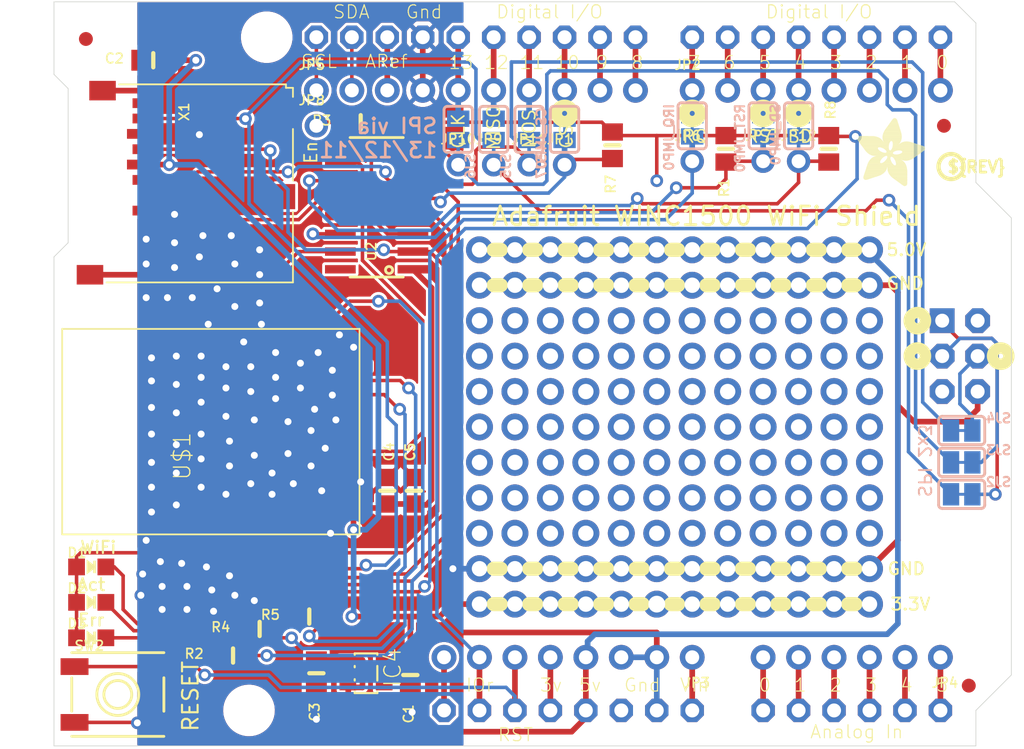
<source format=kicad_pcb>
(kicad_pcb (version 20221018) (generator pcbnew)
  (layers (0 "F.Cu" signal) (31 "B.Cu" signal) (34 "B.Paste" user) (35 "F.Paste" user) (36 "B.SilkS" user "B.Silkscreen") (37 "F.SilkS" user "F.Silkscreen") (38 "B.Mask" user) (39 "F.Mask" user) (44 "Edge.Cuts" user))
  (net 0 "")
  (net 1 "GND")
  (net 2 "RESET")
  (net 3 "D6")
  (net 4 "D3")
  (net 5 "D2")
  (net 6 "D1")
  (net 7 "D0")
  (net 8 "VIN")
  (net 9 "NC")
  (net 10 "A5")
  (net 11 "A4")
  (net 12 "A3")
  (net 13 "A2")
  (net 14 "A1")
  (net 15 "A0")
  (net 16 "SCL")
  (net 17 "SDA")
  (net 18 "AREF")
  (net 19 "D9")
  (net 20 "MISO")
  (net 21 "WINC_IRQ")
  (net 22 "D10")
  (net 23 "D7")
  (net 24 "D4")
  (net 25 "MOSI_ICSP")
  (net 26 "SCK_ICSP")
  (net 27 "D13")
  (net 28 "D11")
  (net 29 "D12")
  (net 30 "MISO_ICSP")
  (net 31 "SCK")
  (net 32 "MOSI")
  (net 33 "3.3V")
  (net 34 "WINC_RST")
  (net 35 "+5V")
  (net 36 "+3V")
  (net 37 "D5")
  (net 38 "D8")
  (net 39 "MOSI_3V")
  (net 40 "CS_3V")
  (net 41 "SCK_3V")
  (net 42 "RST_3V")
  (net 43 "EN_3V")
  (net 44 "GPIO15")
  (net 45 "GPIO16")
  (net 46 "VIOREF")
  (net 47 "WINC_CS")
  (net 48 "WINC_EN")
  (net 49 "N$1")
  (net 50 "N$5")
  (net 51 "N$6")
  (net 52 "N$8")
  (net 53 "SDCS_3V")
  (net 54 "SDCS")
  (net 55 "N$24")
  (net 56 "N$25")
  (net 57 "N$27")
  (net 58 "N$28")
  (net 59 "N$29")
  (net 60 "N$30")
  (net 61 "N$10")
  (net 62 "N$12")
  (net 63 "N$13")
  (net 64 "N$19")
  (net 65 "N$20")
  (net 66 "N$36")
  (net 67 "N$21")
  (net 68 "N$22")
  (net 69 "N$23")
  (net 70 "N$26")
  (net 71 "N$37")
  (net 72 "N$50")
  (net 73 "N$56")
  (net 74 "N$57")
  (net 75 "N$58")
  (net 76 "N$51")
  (net 77 "N$53")
  (net 78 "N$54")
  (net 79 "N$55")
  (net 80 "N$83")
  (net 81 "N$84")
  (net 82 "N$85")
  (net 83 "N$86")
  (net 84 "N$87")
  (net 85 "N$88")
  (net 86 "N$101")
  (net 87 "N$102")
  (net 88 "N$103")
  (net 89 "N$104")
  (net 90 "N$105")
  (net 91 "N$106")
  (net 92 "N$107")
  (net 93 "N$108")
  (net 94 "N$109")
  (net 95 "N$110")
  (net 96 "N$111")
  (net 97 "N$112")
  (net 98 "N$118")
  (net 99 "N$119")
  (net 100 "N$130")
  (net 101 "N$131")
  (net 102 "N$142")
  (net 103 "N$143")
  (net 104 "N$164")
  (net 105 "N$165")
  (net 106 "N$172")
  (net 107 "N$173")
  (net 108 "N$174")
  (net 109 "N$175")
  (net 110 "N$185")
  (net 111 "N$186")
  (net 112 "N$187")
  (net 113 "N$188")
  (net 114 "N$189")
  (net 115 "N$190")
  (net 116 "N$191")
  (net 117 "N$192")
  (net 118 "N$193")
  (net 119 "N$194")
  (net 120 "N$195")
  (net 121 "N$196")
  (net 122 "N$197")
  (net 123 "N$198")
  (net 124 "N$2")
  (net 125 "N$3")
  (net 126 "N$4")
  (net 127 "N$7")
  (net 128 "N$9")
  (net 129 "N$18")
  (net 130 "N$31")
  (net 131 "N$32")
  (net 132 "N$33")
  (net 133 "N$35")
  (net 134 "N$38")
  (net 135 "N$39")
  (net 136 "N$40")
  (net 137 "N$41")
  (net 138 "N$42")
  (footprint "working:1X01_ROUND" (layer "F.Cu") (at 133.0071 87.2236)
    (fp_text reference "JP8")
    (fp_text value "")
  )
  (footprint "working:1X01_ROUND" (layer "F.Cu") (at 150.7871 90.0176)
    (fp_text reference "JP1")
    (fp_text value "")
  )
  (footprint "working:0805-NO" (layer "F.Cu") (at 139.7381 126.5936 -90)
    (fp_text reference "C1")
    (fp_text value "10uF")
  )
  (footprint "working:CHIPLED_0805_NOOUTLINE" (layer "F.Cu") (at 116.8781 123.9266 -90)
    (fp_text reference "D3")
    (fp_text value "Red")
  )
  (footprint "working:ARDUINOR3_ICSP_NODIM" (layer "F.Cu") (at 114.2111 131.6736)
    (fp_text reference "M1" hide)
    (fp_text value "ARDUINO_R3_ICSP_NODIM" hide)
  )
  (footprint "working:0805-NO" (layer "F.Cu") (at 138.0871 113.3856 90)
    (fp_text reference "C4")
    (fp_text value "10uF")
  )
  (footprint "working:1X08_ROUND_70" (layer "F.Cu") (at 168.8211 84.6836)
    (fp_text reference "JP2")
    (fp_text value "")
  )
  (footprint "working:FIDUCIAL_1MM" (layer "F.Cu") (at 177.9651 87.2236)
    (fp_text reference "FID1" hide)
    (fp_text value "FIDUCIAL_1MM" hide)
  )
  (footprint "working:1X01_ROUND" (layer "F.Cu") (at 148.2471 90.0176)
    (fp_text reference "JP11")
    (fp_text value "")
  )
  (footprint "working:1X08_ROUND_70" (layer "F.Cu") (at 151.0411 125.3236 180)
    (fp_text reference "JP3")
    (fp_text value "")
  )
  (footprint "working:0805-NO" (layer "F.Cu") (at 133.0071 126.4666 -90)
    (fp_text reference "C3")
    (fp_text value "10uF")
  )
  (footprint "working:1X06_ROUND_70" (layer "F.Cu") (at 171.3611 125.3236 180)
    (fp_text reference "JP4")
    (fp_text value "")
  )
  (footprint "working:PCBFEAT-REV-040" (layer "F.Cu") (at 178.4731 90.1446)
    (fp_text reference "U$21" hide)
    (fp_text value "" hide)
  )
  (footprint "working:ATWINC1500_MR210PA" (layer "F.Cu") (at 128.4351 108.9406 90)
    (fp_text reference "U$1")
    (fp_text value "ATWINC1500_MR210PB")
  )
  (footprint "" (layer "F.Cu") (at 128.1811 129.1336)
    (fp_text reference "@HOLE0" hide)
    (fp_text value "")
  )
  (footprint "working:ADAFRUIT_5MM" (layer "F.Cu") (at 171.7421 91.5416)
    (fp_text reference "U$9" hide)
    (fp_text value "" hide)
  )
  (footprint "working:0805-NO" (layer "F.Cu") (at 132.4991 122.4026 180)
    (fp_text reference "R5")
    (fp_text value "1K")
  )
  (footprint "working:CHIPLED_0805_NOOUTLINE" (layer "F.Cu") (at 116.8781 121.3866 -90)
    (fp_text reference "D2")
    (fp_text value "Yellow")
  )
  (footprint "working:1X01_ROUND" (layer "F.Cu") (at 167.5511 89.7636)
    (fp_text reference "JP12")
    (fp_text value "")
  )
  (footprint "working:0805-NO" (layer "F.Cu") (at 136.1821 86.9696 180)
    (fp_text reference "R3")
    (fp_text value "100K")
  )
  (footprint "" (layer "F.Cu") (at 180.2511 96.1136)
    (fp_text reference "@HOLE1" hide)
    (fp_text value "")
  )
  (footprint "working:FIDUCIAL_1MM" (layer "F.Cu") (at 116.4971 81.0006)
    (fp_text reference "FID3" hide)
    (fp_text value "FIDUCIAL_1MM" hide)
  )
  (footprint "working:1X01_ROUND" (layer "F.Cu") (at 165.0111 89.7636)
    (fp_text reference "JP7")
    (fp_text value "")
  )
  (footprint "working:1X01_ROUND" (layer "F.Cu") (at 145.7071 90.0176)
    (fp_text reference "JP9")
    (fp_text value "")
  )
  (footprint "working:0805-NO" (layer "F.Cu") (at 169.7101 88.8746 90)
    (fp_text reference "R8")
    (fp_text value "100K")
  )
  (footprint "working:FIDUCIAL_1MM" (layer "F.Cu") (at 179.7431 127.3556)
    (fp_text reference "FID2" hide)
    (fp_text value "FIDUCIAL_1MM" hide)
  )
  (footprint "working:0805-NO" (layer "F.Cu") (at 121.3231 82.5246 180)
    (fp_text reference "C2")
    (fp_text value "10uF")
  )
  (footprint "working:MICROSD" (layer "F.Cu") (at 131.2291 84.3026 -90)
    (fp_text reference "X1")
    (fp_text value "microSd")
  )
  (footprint "" (layer "F.Cu") (at 129.4511 80.8736)
    (fp_text reference "@HOLE3" hide)
    (fp_text value "")
  )
  (footprint "working:0805-NO" (layer "F.Cu") (at 128.9431 123.2916 180)
    (fp_text reference "R4")
    (fp_text value "1K")
  )
  (footprint "working:1X10_ROUND70" (layer "F.Cu") (at 144.4371 84.6836)
    (fp_text reference "JP5")
    (fp_text value "")
  )
  (footprint "working:CHIPLED_0805_NOOUTLINE" (layer "F.Cu") (at 116.8781 118.8466 -90)
    (fp_text reference "D1")
    (fp_text value "green")
  )
  (footprint "working:0805-NO" (layer "F.Cu") (at 154.2161 88.6206 -90)
    (fp_text reference "R7")
    (fp_text value "100K")
  )
  (footprint "working:EVQ-Q2_SMALLER" (layer "F.Cu") (at 118.7831 127.9906)
    (fp_text reference "SW2")
    (fp_text value "Tactile")
  )
  (footprint "working:0805-NO" (layer "F.Cu") (at 162.3441 88.8746 -90)
    (fp_text reference "R1")
    (fp_text value "100K")
  )
  (footprint "working:0805-NO" (layer "F.Cu") (at 139.9921 113.3856 90)
    (fp_text reference "C5")
    (fp_text value "1uF")
  )
  (footprint "working:SOT23-5L" (layer "F.Cu") (at 136.5631 126.4666 -90)
    (fp_text reference "IC4")
    (fp_text value "AP2112-3.3")
  )
  (footprint "working:1X01_ROUND" (layer "F.Cu") (at 159.9311 89.7636)
    (fp_text reference "JP6")
    (fp_text value "")
  )
  (footprint "working:1X01_ROUND" (layer "F.Cu") (at 143.1671 90.0176)
    (fp_text reference "JP10")
    (fp_text value "")
  )
  (footprint "working:0805-NO" (layer "F.Cu") (at 127.0381 125.1966 180)
    (fp_text reference "R2")
    (fp_text value "1K")
  )
  (footprint "" (layer "F.Cu") (at 180.2511 124.0536)
    (fp_text reference "@HOLE2" hide)
    (fp_text value "")
  )
  (footprint "working:SOIC16" (layer "F.Cu") (at 137.3251 93.0656 90)
    (fp_text reference "U2")
    (fp_text value "74HC4050")
  )
  (footprint "working:SOLDERJUMPER_CLOSEDWIRE" (layer "B.Cu") (at 167.5511 87.2236 -90)
    (fp_text reference "SD_JMP0")
    (fp_text value "")
  )
  (footprint "working:SOLDERJUMPER_CLOSEDWIRE" (layer "B.Cu") (at 150.7871 87.4776 -90)
    (fp_text reference "CS_JMP0")
    (fp_text value "")
  )
  (footprint "working:SOLDERJUMPER_CLOSEDWIRE" (layer "B.Cu") (at 159.9311 87.2236 -90)
    (fp_text reference "IRQ_JMP0")
    (fp_text value "")
  )
  (footprint "working:SOLDERJUMPER_CLOSEDWIRE" (layer "B.Cu") (at 165.0111 87.2236 -90)
    (fp_text reference "RST_JMP0")
    (fp_text value "")
  )
  (footprint "working:SOLDERJUMPER_CLOSEDWIRE" (layer "B.Cu") (at 179.2351 109.0676 180)
    (fp_text reference "SJ4")
    (fp_text value "ICSP_MOSI")
  )
  (footprint "working:SOLDERJUMPER_REFLOW_NOPASTE" (layer "B.Cu") (at 143.1671 87.4776 90)
    (fp_text reference "SJ6")
    (fp_text value "D13_SCLK")
  )
  (footprint "working:SOLDERJUMPER_REFLOW_NOPASTE" (layer "B.Cu") (at 148.2471 87.4776 90)
    (fp_text reference "SJ7")
    (fp_text value "D11_MOSI")
  )
  (footprint "working:SOLDERJUMPER_CLOSEDWIRE" (layer "B.Cu") (at 179.2351 113.6396 180)
    (fp_text reference "SJ2")
    (fp_text value "ICSP_MISO")
  )
  (footprint "working:SOLDERJUMPER_REFLOW_NOPASTE" (layer "B.Cu") (at 145.7071 87.4776 90)
    (fp_text reference "SJ5")
    (fp_text value "D12_MISO")
  )
  (footprint "working:SOLDERJUMPER_CLOSEDWIRE" (layer "B.Cu") (at 179.2351 111.3536 180)
    (fp_text reference "SJ3")
    (fp_text value "ISCP_SCLK")
  )
  (gr_line (start 156.3751 96.1136) (end 155.8671 96.1136) (stroke (width 1.016)) (layer "F.SilkS"))
  (gr_line (start 163.4871 121.5136) (end 163.9951 121.5136) (stroke (width 1.016)) (layer "F.SilkS"))
  (gr_line (start 148.7551 98.6536) (end 148.2471 98.6536) (stroke (width 1.016)) (layer "F.SilkS"))
  (gr_line (start 145.7071 121.5136) (end 146.2151 121.5136) (stroke (width 1.016)) (layer "F.SilkS"))
  (gr_line (start 161.4551 96.1136) (end 160.9471 96.1136) (stroke (width 1.016)) (layer "F.SilkS"))
  (gr_line (start 158.4071 121.5136) (end 158.9151 121.5136) (stroke (width 1.016)) (layer "F.SilkS"))
  (gr_line (start 155.8671 121.5136) (end 156.3751 121.5136) (stroke (width 1.016)) (layer "F.SilkS"))
  (gr_line (start 169.0751 96.1136) (end 168.5671 96.1136) (stroke (width 1.016)) (layer "F.SilkS"))
  (gr_line (start 150.7871 121.5136) (end 151.2951 121.5136) (stroke (width 1.016)) (layer "F.SilkS"))
  (gr_line (start 148.2471 121.5136) (end 148.7551 121.5136) (stroke (width 1.016)) (layer "F.SilkS"))
  (gr_circle (center 176.0601 101.1936) (end 176.239703 101.1936) (stroke (width 0.8128)) (fill none) (layer "F.SilkS"))
  (gr_line (start 171.1071 121.5136) (end 171.6151 121.5136) (stroke (width 1.016)) (layer "F.SilkS"))
  (gr_line (start 145.7071 118.9736) (end 146.2151 118.9736) (stroke (width 1.016)) (layer "F.SilkS"))
  (gr_line (start 160.9471 121.5136) (end 161.4551 121.5136) (stroke (width 1.016)) (layer "F.SilkS"))
  (gr_line (start 166.5351 98.6536) (end 166.0271 98.6536) (stroke (width 1.016)) (layer "F.SilkS"))
  (gr_circle (center 165.0111 86.3346) (end 165.190703 86.3346) (stroke (width 0.8128)) (fill none) (layer "F.SilkS"))
  (gr_line (start 171.6151 98.6536) (end 171.1071 98.6536) (stroke (width 1.016)) (layer "F.SilkS"))
  (gr_line (start 156.3751 98.6536) (end 155.8671 98.6536) (stroke (width 1.016)) (layer "F.SilkS"))
  (gr_line (start 168.5671 121.5136) (end 169.0751 121.5136) (stroke (width 1.016)) (layer "F.SilkS"))
  (gr_line (start 151.2951 96.1136) (end 150.7871 96.1136) (stroke (width 1.016)) (layer "F.SilkS"))
  (gr_line (start 153.3271 121.5136) (end 153.8351 121.5136) (stroke (width 1.016)) (layer "F.SilkS"))
  (gr_circle (center 182.0291 103.7336) (end 182.208703 103.7336) (stroke (width 0.8128)) (fill none) (layer "F.SilkS"))
  (gr_line (start 169.0751 98.6536) (end 168.5671 98.6536) (stroke (width 1.016)) (layer "F.SilkS"))
  (gr_line (start 163.4871 118.9736) (end 163.9951 118.9736) (stroke (width 1.016)) (layer "F.SilkS"))
  (gr_line (start 150.7871 118.9736) (end 151.2951 118.9736) (stroke (width 1.016)) (layer "F.SilkS"))
  (gr_line (start 146.2151 96.1136) (end 145.7071 96.1136) (stroke (width 1.016)) (layer "F.SilkS"))
  (gr_line (start 153.8351 98.6536) (end 153.3271 98.6536) (stroke (width 1.016)) (layer "F.SilkS"))
  (gr_line (start 158.9151 96.1136) (end 158.4071 96.1136) (stroke (width 1.016)) (layer "F.SilkS"))
  (gr_line (start 163.9951 96.1136) (end 163.4871 96.1136) (stroke (width 1.016)) (layer "F.SilkS"))
  (gr_line (start 171.1071 118.9736) (end 171.6151 118.9736) (stroke (width 1.016)) (layer "F.SilkS"))
  (gr_line (start 151.2951 98.6536) (end 150.7871 98.6536) (stroke (width 1.016)) (layer "F.SilkS"))
  (gr_circle (center 167.5511 86.3346) (end 167.730703 86.3346) (stroke (width 0.8128)) (fill none) (layer "F.SilkS"))
  (gr_line (start 158.9151 98.6536) (end 158.4071 98.6536) (stroke (width 1.016)) (layer "F.SilkS"))
  (gr_line (start 148.2471 118.9736) (end 148.7551 118.9736) (stroke (width 1.016)) (layer "F.SilkS"))
  (gr_circle (center 159.9311 86.3346) (end 160.110703 86.3346) (stroke (width 0.8128)) (fill none) (layer "F.SilkS"))
  (gr_line (start 153.3271 118.9736) (end 153.8351 118.9736) (stroke (width 1.016)) (layer "F.SilkS"))
  (gr_line (start 160.9471 118.9736) (end 161.4551 118.9736) (stroke (width 1.016)) (layer "F.SilkS"))
  (gr_line (start 148.7551 96.1136) (end 148.2471 96.1136) (stroke (width 1.016)) (layer "F.SilkS"))
  (gr_line (start 146.2151 98.6536) (end 145.7071 98.6536) (stroke (width 1.016)) (layer "F.SilkS"))
  (gr_line (start 168.5671 118.9736) (end 169.0751 118.9736) (stroke (width 1.016)) (layer "F.SilkS"))
  (gr_line (start 161.4551 98.6536) (end 160.9471 98.6536) (stroke (width 1.016)) (layer "F.SilkS"))
  (gr_line (start 155.8671 118.9736) (end 156.3751 118.9736) (stroke (width 1.016)) (layer "F.SilkS"))
  (gr_line (start 166.0271 121.5136) (end 166.5351 121.5136) (stroke (width 1.016)) (layer "F.SilkS"))
  (gr_circle (center 176.0601 103.7336) (end 176.239703 103.7336) (stroke (width 0.8128)) (fill none) (layer "F.SilkS"))
  (gr_circle (center 150.7871 86.3346) (end 150.966703 86.3346) (stroke (width 0.8128)) (fill none) (layer "F.SilkS"))
  (gr_line (start 158.4071 118.9736) (end 158.9151 118.9736) (stroke (width 1.016)) (layer "F.SilkS"))
  (gr_line (start 166.0271 118.9736) (end 166.5351 118.9736) (stroke (width 1.016)) (layer "F.SilkS"))
  (gr_line (start 166.5351 96.1136) (end 166.0271 96.1136) (stroke (width 1.016)) (layer "F.SilkS"))
  (gr_line (start 153.8351 96.1136) (end 153.3271 96.1136) (stroke (width 1.016)) (layer "F.SilkS"))
  (gr_line (start 171.6151 96.1136) (end 171.1071 96.1136) (stroke (width 1.016)) (layer "F.SilkS"))
  (gr_line (start 163.9951 98.6536) (end 163.4871 98.6536) (stroke (width 1.016)) (layer "F.SilkS"))
  (gr_line (start 182.7911 93.8276) (end 180.2511 91.2876) (stroke (width 0.05)) (layer "Edge.Cuts"))
  (gr_line (start 115.2271 95.6056) (end 114.2111 96.6216) (stroke (width 0.05)) (layer "Edge.Cuts"))
  (gr_line (start 114.2111 78.3336) (end 114.2111 83.5406) (stroke (width 0.05)) (layer "Edge.Cuts"))
  (gr_line (start 114.2111 96.6216) (end 114.2111 131.6736) (stroke (width 0.05)) (layer "Edge.Cuts"))
  (gr_line (start 114.2111 131.6736) (end 180.2511 131.6736) (stroke (width 0.05)) (layer "Edge.Cuts"))
  (gr_line (start 180.2511 79.8576) (end 178.7271 78.3336) (stroke (width 0.05)) (layer "Edge.Cuts"))
  (gr_line (start 178.7271 78.3336) (end 114.2111 78.3336) (stroke (width 0.05)) (layer "Edge.Cuts"))
  (gr_line (start 182.7911 126.5936) (end 182.7911 93.8276) (stroke (width 0.05)) (layer "Edge.Cuts"))
  (gr_line (start 180.2511 131.6736) (end 180.2511 129.1336) (stroke (width 0.05)) (layer "Edge.Cuts"))
  (gr_line (start 114.2111 83.5406) (end 115.2271 84.5566) (stroke (width 0.05)) (layer "Edge.Cuts"))
  (gr_line (start 180.2511 91.2876) (end 180.2511 79.8576) (stroke (width 0.05)) (layer "Edge.Cuts"))
  (gr_line (start 115.2271 84.5566) (end 115.2271 95.6056) (stroke (width 0.05)) (layer "Edge.Cuts"))
  (gr_line (start 180.2511 129.1336) (end 182.7911 126.5936) (stroke (width 0.05)) (layer "Edge.Cuts"))
  (gr_text "SPI 2x3" (at 176.5681 111.2266 -90) (layer "B.SilkS") (effects (font (size 0.88392 0.88392) (thickness 0.13208)) (justify mirror)))
  (gr_text "SPI via\n13/12/11" (at 141.7701 88.1126) (layer "B.SilkS") (effects (font (size 1.0795 1.0795) (thickness 0.1905)) (justify left mirror)))
  (gr_text "MISO" (at 145.7071 87.3506 90) (layer "F.SilkS") (effects (font (size 0.89408 0.89408) (thickness 0.12192))))
  (gr_text "5.0V" (at 173.7741 96.6216) (layer "F.SilkS") (effects (font (size 0.87376 0.87376) (thickness 0.14224)) (justify left bottom)))
  (gr_text "IRQ" (at 159.9311 87.9856) (layer "F.SilkS") (effects (font (size 0.89408 0.89408) (thickness 0.12192))))
  (gr_text "GND" (at 173.7741 99.0346) (layer "F.SilkS") (effects (font (size 0.87376 0.87376) (thickness 0.14224)) (justify left bottom)))
  (gr_text "MOSI" (at 148.2471 87.2236 90) (layer "F.SilkS") (effects (font (size 0.89408 0.89408) (thickness 0.12192))))
  (gr_text "RST" (at 165.0111 87.9856) (layer "F.SilkS") (effects (font (size 0.89408 0.89408) (thickness 0.12192))))
  (gr_text "CLK" (at 143.1671 87.6046 90) (layer "F.SilkS") (effects (font (size 0.89408 0.89408) (thickness 0.12192))))
  (gr_text "3.3V" (at 177.0761 121.0056) (layer "F.SilkS") (effects (font (size 0.87376 0.87376) (thickness 0.14224)) (justify right top)))
  (gr_text "Adafruit WINC1500 WiFi Shield" (at 160.9471 93.7006) (layer "F.SilkS") (effects (font (size 1.32588 1.32588) (thickness 0.19812))))
  (gr_text "Act" (at 116.8781 120.1166) (layer "F.SilkS") (effects (font (size 0.8636 0.8636) (thickness 0.1524))))
  (gr_text "En" (at 133.1341 90.0176 90) (layer "F.SilkS") (effects (font (size 0.89408 0.89408) (thickness 0.12192)) (justify left bottom)))
  (gr_text "WiFi" (at 117.3861 117.4496) (layer "F.SilkS") (effects (font (size 0.8636 0.8636) (thickness 0.1524))))
  (gr_text "Err" (at 116.8781 122.6566) (layer "F.SilkS") (effects (font (size 0.8636 0.8636) (thickness 0.1524))))
  (gr_text "GND" (at 176.6951 118.4656) (layer "F.SilkS") (effects (font (size 0.87376 0.87376) (thickness 0.14224)) (justify right top)))
  (gr_text "SD" (at 167.6781 87.9856) (layer "F.SilkS") (effects (font (size 0.89408 0.89408) (thickness 0.12192))))
  (gr_text "CS" (at 150.9141 87.9856 90) (layer "F.SilkS") (effects (font (size 0.89408 0.89408) (thickness 0.12192))))
  (gr_text "RESET" (at 123.9901 128.1176 90) (layer "F.SilkS") (effects (font (size 1.1176 1.1176) (thickness 0.1524))))
  (segment (start 140.6271 80.8736) (end 140.6271 84.6836) (width 0.4064) (layer "F.Cu") (net 1))
  (segment (start 174.1551 98.6536) (end 174.6631 99.1616) (width 0.4064) (layer "F.Cu") (net 1))
  (segment (start 157.3911 123.5456) (end 142.6591 123.5456) (width 0.4064) (layer "F.Cu") (net 1))
  (segment (start 172.6311 98.6536) (end 174.1551 98.6536) (width 0.4064) (layer "F.Cu") (net 1))
  (segment (start 115.6831 129.9906) (end 121.8831 129.9906) (width 0.254) (layer "F.Cu") (net 1))
  (segment (start 120.2881 84.7026) (end 120.4341 84.5566) (width 0.4064) (layer "F.Cu") (net 1))
  (segment (start 117.6891 84.7026) (end 120.2881 84.7026) (width 0.4064) (layer "F.Cu") (net 1))
  (segment (start 120.5501 97.9026) (end 120.5611 97.8916) (width 0.4064) (layer "F.Cu") (net 1))
  (segment (start 175.8061 108.4326) (end 179.4891 108.4326) (width 0.4064) (layer "F.Cu") (net 1))
  (segment (start 174.6631 107.2896) (end 175.8061 108.4326) (width 0.4064) (layer "F.Cu") (net 1))
  (segment (start 116.7891 97.9026) (end 120.5501 97.9026) (width 0.4064) (layer "F.Cu") (net 1))
  (segment (start 174.6631 116.9416) (end 174.6631 107.2896) (width 0.4064) (layer "F.Cu") (net 1))
  (segment (start 157.3911 125.3236) (end 157.3911 123.5456) (width 0.4064) (layer "F.Cu") (net 1))
  (segment (start 172.6311 118.9736) (end 174.6631 116.9416) (width 0.4064) (layer "F.Cu") (net 1))
  (segment (start 179.4891 108.4326) (end 180.3781 107.5436) (width 0.4064) (layer "F.Cu") (net 1))
  (segment (start 180.3781 107.5436) (end 180.3781 106.2736) (width 0.4064) (layer "F.Cu") (net 1))
  (segment (start 174.6631 99.1616) (end 174.6631 107.2896) (width 0.4064) (layer "F.Cu") (net 1))
  (via (at 152.3111 98.6536) (size 1.9304) (drill 1.1) (layers "F.Cu" "B.Cu") (net 1))
  (via (at 144.6911 118.9736) (size 1.9304) (drill 1.1) (layers "F.Cu" "B.Cu") (net 1))
  (via (at 120.5611 119.3546) (size 0.9064) (drill 0.5) (layers "F.Cu" "B.Cu") (net 1))
  (via (at 124.7521 105.2576) (size 0.9064) (drill 0.5) (layers "F.Cu" "B.Cu") (net 1))
  (via (at 122.9741 103.7336) (size 0.9064) (drill 0.5) (layers "F.Cu" "B.Cu") (net 1))
  (via (at 122.8471 97.3836) (size 0.9064) (drill 0.5) (layers "F.Cu" "B.Cu") (net 1))
  (via (at 128.9431 96.1136) (size 0.9064) (drill 0.5) (layers "F.Cu" "B.Cu") (net 1))
  (via (at 128.3081 112.8776) (size 0.9064) (drill 0.5) (layers "F.Cu" "B.Cu") (net 1))
  (via (at 128.9431 99.9236) (size 0.9064) (drill 0.5) (layers "F.Cu" "B.Cu") (net 1))
  (via (at 126.9111 95.0976) (size 0.9064) (drill 0.5) (layers "F.Cu" "B.Cu") (net 1))
  (via (at 120.8151 97.1296) (size 0.9064) (drill 0.5) (layers "F.Cu" "B.Cu") (net 1))
  (via (at 152.3111 118.9736) (size 1.9304) (drill 1.1) (layers "F.Cu" "B.Cu") (net 1))
  (via (at 124.1171 99.5426) (size 0.9064) (drill 0.5) (layers "F.Cu" "B.Cu") (net 1))
  (via (at 134.1501 106.5276) (size 0.9064) (drill 0.5) (layers "F.Cu" "B.Cu") (net 1))
  (via (at 134.0231 116.4336) (size 0.9064) (drill 0.5) (layers "F.Cu" "B.Cu") (net 1))
  (via (at 122.9741 107.7976) (size 0.9064) (drill 0.5) (layers "F.Cu" "B.Cu") (net 1))
  (via (at 126.5301 108.0516) (size 0.9064) (drill 0.5) (layers "F.Cu" "B.Cu") (net 1))
  (via (at 147.2311 118.9736) (size 1.9304) (drill 1.1) (layers "F.Cu" "B.Cu") (net 1))
  (via (at 120.4341 120.8786) (size 0.9064) (drill 0.5) (layers "F.Cu" "B.Cu") (net 1))
  (via (at 124.7521 113.1316) (size 0.9064) (drill 0.5) (layers "F.Cu" "B.Cu") (net 1))
  (via (at 133.1341 103.4796) (size 0.9064) (drill 0.5) (layers "F.Cu" "B.Cu") (net 1))
  (via (at 172.6311 118.9736) (size 1.9304) (drill 1.1) (layers "F.Cu" "B.Cu") (net 1))
  (via (at 167.5511 118.9736) (size 1.9304) (drill 1.1) (layers "F.Cu" "B.Cu") (net 1))
  (via (at 128.3081 106.2736) (size 0.9064) (drill 0.5) (layers "F.Cu" "B.Cu") (net 1))
  (via (at 121.1961 109.3216) (size 0.9064) (drill 0.5) (layers "F.Cu" "B.Cu") (net 1))
  (via (at 124.7521 107.0356) (size 0.9064) (drill 0.5) (layers "F.Cu" "B.Cu") (net 1))
  (via (at 172.6311 98.6536) (size 1.9304) (drill 1.1) (layers "F.Cu" "B.Cu") (net 1))
  (via (at 134.4041 108.3056) (size 0.9064) (drill 0.5) (layers "F.Cu" "B.Cu") (net 1))
  (via (at 149.7711 98.6536) (size 1.9304) (drill 1.1) (layers "F.Cu" "B.Cu") (net 1))
  (via (at 128.3081 104.4956) (size 0.9064) (drill 0.5) (layers "F.Cu" "B.Cu") (net 1))
  (via (at 130.0861 103.4796) (size 0.9064) (drill 0.5) (layers "F.Cu" "B.Cu") (net 1))
  (via (at 125.1331 118.8466) (size 0.9064) (drill 0.5) (layers "F.Cu" "B.Cu") (net 1))
  (via (at 139.8651 129.2606) (size 0.9064) (drill 0.5) (layers "F.Cu" "B.Cu") (net 1))
  (via (at 122.9741 112.1156) (size 0.9064) (drill 0.5) (layers "F.Cu" "B.Cu") (net 1))
  (via (at 157.3911 118.9736) (size 1.9304) (drill 1.1) (layers "F.Cu" "B.Cu") (net 1))
  (via (at 165.0111 118.9736) (size 1.9304) (drill 1.1) (layers "F.Cu" "B.Cu") (net 1))
  (via (at 120.1801 130.0226) (size 0.9064) (drill 0.5) (layers "F.Cu" "B.Cu") (net 1))
  (via (at 125.2601 101.4476) (size 0.9064) (drill 0.5) (layers "F.Cu" "B.Cu") (net 1))
  (via (at 124.6251 96.6216) (size 0.9064) (drill 0.5) (layers "F.Cu" "B.Cu") (net 1))
  (via (at 124.7521 103.7336) (size 0.9064) (drill 0.5) (layers "F.Cu" "B.Cu") (net 1))
  (via (at 127.8001 102.7176) (size 0.9064) (drill 0.5) (layers "F.Cu" "B.Cu") (net 1))
  (via (at 132.6261 111.6076) (size 0.9064) (drill 0.5) (layers "F.Cu" "B.Cu") (net 1))
  (via (at 162.4711 118.9736) (size 1.9304) (drill 1.1) (layers "F.Cu" "B.Cu") (net 1))
  (via (at 122.3391 99.5426) (size 0.9064) (drill 0.5) (layers "F.Cu" "B.Cu") (net 1))
  (via (at 128.9431 97.8916) (size 0.9064) (drill 0.5) (layers "F.Cu" "B.Cu") (net 1))
  (via (at 122.8471 95.6056) (size 0.9064) (drill 0.5) (layers "F.Cu" "B.Cu") (net 1))
  (via (at 154.8511 118.9736) (size 1.9304) (drill 1.1) (layers "F.Cu" "B.Cu") (net 1))
  (via (at 126.7841 111.6076) (size 0.9064) (drill 0.5) (layers "F.Cu" "B.Cu") (net 1))
  (via (at 121.1961 103.8606) (size 0.9064) (drill 0.5) (layers "F.Cu" "B.Cu") (net 1))
  (via (at 144.6911 98.6536) (size 1.9304) (drill 1.1) (layers "F.Cu" "B.Cu") (net 1))
  (via (at 170.0911 118.9736) (size 1.9304) (drill 1.1) (layers "F.Cu" "B.Cu") (net 1))
  (via (at 135.6741 103.0986) (size 0.9064) (drill 0.5) (layers "F.Cu" "B.Cu") (net 1))
  (via (at 121.9581 121.8946) (size 0.9064) (drill 0.5) (layers "F.Cu" "B.Cu") (net 1))
  (via (at 126.5301 106.0196) (size 0.9064) (drill 0.5) (layers "F.Cu" "B.Cu") (net 1))
  (via (at 120.8151 95.3516) (size 0.9064) (drill 0.5) (layers "F.Cu" "B.Cu") (net 1))
  (via (at 129.8321 113.6396) (size 0.9064) (drill 0.5) (layers "F.Cu" "B.Cu") (net 1))
  (via (at 130.9751 110.7186) (size 0.9064) (drill 0.5) (layers "F.Cu" "B.Cu") (net 1))
  (via (at 124.6251 87.8586) (size 0.9064) (drill 0.5) (layers "F.Cu" "B.Cu") (net 1))
  (via (at 126.7841 119.4816) (size 0.9064) (drill 0.5) (layers "F.Cu" "B.Cu") (net 1))
  (via (at 154.8511 98.6536) (size 1.9304) (drill 1.1) (layers "F.Cu" "B.Cu") (net 1))
  (via (at 120.8151 99.5426) (size 0.9064) (drill 0.5) (layers "F.Cu" "B.Cu") (net 1))
  (via (at 122.8471 93.5736) (size 0.9064) (drill 0.5) (layers "F.Cu" "B.Cu") (net 1))
  (via (at 121.1961 107.4166) (size 0.9064) (drill 0.5) (layers "F.Cu" "B.Cu") (net 1))
  (via (at 130.0861 105.2576) (size 0.9064) (drill 0.5) (layers "F.Cu" "B.Cu") (net 1))
  (via (at 122.9741 110.0836) (size 0.9064) (drill 0.5) (layers "F.Cu" "B.Cu") (net 1))
  (via (at 170.0911 98.6536) (size 1.9304) (drill 1.1) (layers "F.Cu" "B.Cu") (net 1))
  (via (at 130.0861 106.7816) (size 0.9064) (drill 0.5) (layers "F.Cu" "B.Cu") (net 1))
  (via (at 129.0701 101.4476) (size 0.9064) (drill 0.5) (layers "F.Cu" "B.Cu") (net 1))
  (via (at 124.7521 111.0996) (size 0.9064) (drill 0.5) (layers "F.Cu" "B.Cu") (net 1))
  (via (at 121.8311 118.4656) (size 0.9064) (drill 0.5) (layers "F.Cu" "B.Cu") (net 1))
  (via (at 124.8791 95.0976) (size 0.9064) (drill 0.5) (layers "F.Cu" "B.Cu") (net 1))
  (via (at 131.3561 112.8776) (size 0.9064) (drill 0.5) (layers "F.Cu" "B.Cu") (net 1))
  (via (at 122.9741 105.7656) (size 0.9064) (drill 0.5) (layers "F.Cu" "B.Cu") (net 1))
  (via (at 159.9311 118.9736) (size 1.9304) (drill 1.1) (layers "F.Cu" "B.Cu") (net 1))
  (via (at 126.5301 113.6396) (size 0.9064) (drill 0.5) (layers "F.Cu" "B.Cu") (net 1))
  (via (at 122.9741 114.4016) (size 0.9064) (drill 0.5) (layers "F.Cu" "B.Cu") (net 1))
  (via (at 126.5301 104.4956) (size 0.9064) (drill 0.5) (layers "F.Cu" "B.Cu") (net 1))
  (via (at 133.0071 129.7686) (size 0.9064) (drill 0.5) (layers "F.Cu" "B.Cu") (net 1))
  (via (at 129.8321 112.1156) (size 0.9064) (drill 0.5) (layers "F.Cu" "B.Cu") (net 1))
  (via (at 131.8641 104.2416) (size 0.9064) (drill 0.5) (layers "F.Cu" "B.Cu") (net 1))
  (via (at 159.9311 98.6536) (size 1.9304) (drill 1.1) (layers "F.Cu" "B.Cu") (net 1))
  (via (at 130.9751 108.4326) (size 0.9064) (drill 0.5) (layers "F.Cu" "B.Cu") (net 1))
  (via (at 165.0111 98.6536) (size 1.9304) (drill 1.1) (layers "F.Cu" "B.Cu") (net 1))
  (via (at 125.8951 98.9076) (size 0.9064) (drill 0.5) (layers "F.Cu" "B.Cu") (net 1))
  (via (at 127.1651 97.1296) (size 0.9064) (drill 0.5) (layers "F.Cu" "B.Cu") (net 1))
  (via (at 162.4711 98.6536) (size 1.9304) (drill 1.1) (layers "F.Cu" "B.Cu") (net 1))
  (via (at 167.5511 98.6536) (size 1.9304) (drill 1.1) (layers "F.Cu" "B.Cu") (net 1))
  (via (at 125.6411 122.0216) (size 0.9064) (drill 0.5) (layers "F.Cu" "B.Cu") (net 1))
  (via (at 128.5621 108.3056) (size 0.9064) (drill 0.5) (layers "F.Cu" "B.Cu") (net 1))
  (via (at 121.1961 114.9096) (size 0.9064) (drill 0.5) (layers "F.Cu" "B.Cu") (net 1))
  (via (at 136.1821 112.7506) (size 0.9064) (drill 0.5) (layers "F.Cu" "B.Cu") (net 1))
  (via (at 124.7521 109.3216) (size 0.9064) (drill 0.5) (layers "F.Cu" "B.Cu") (net 1))
  (via (at 134.1501 104.7496) (size 0.9064) (drill 0.5) (layers "F.Cu" "B.Cu") (net 1))
  (via (at 134.6581 102.2096) (size 0.9064) (drill 0.5) (layers "F.Cu" "B.Cu") (net 1))
  (via (at 133.3881 113.3856) (size 0.9064) (drill 0.5) (layers "F.Cu" "B.Cu") (net 1))
  (via (at 123.7361 120.2436) (size 0.9064) (drill 0.5) (layers "F.Cu" "B.Cu") (net 1))
  (via (at 131.8641 106.0196) (size 0.9064) (drill 0.5) (layers "F.Cu" "B.Cu") (net 1))
  (via (at 149.7711 118.9736) (size 1.9304) (drill 1.1) (layers "F.Cu" "B.Cu") (net 1))
  (via (at 123.3551 118.5926) (size 0.9064) (drill 0.5) (layers "F.Cu" "B.Cu") (net 1))
  (via (at 132.6261 109.0676) (size 0.9064) (drill 0.5) (layers "F.Cu" "B.Cu") (net 1))
  (via (at 127.1651 100.1776) (size 0.9064) (drill 0.5) (layers "F.Cu" "B.Cu") (net 1))
  (via (at 121.1961 111.3536) (size 0.9064) (drill 0.5) (layers "F.Cu" "B.Cu") (net 1))
  (via (at 157.3911 98.6536) (size 1.9304) (drill 1.1) (layers "F.Cu" "B.Cu") (net 1))
  (via (at 133.6421 110.3376) (size 0.9064) (drill 0.5) (layers "F.Cu" "B.Cu") (net 1))
  (via (at 128.5621 110.8456) (size 0.9064) (drill 0.5) (layers "F.Cu" "B.Cu") (net 1))
  (via (at 125.5141 120.4976) (size 0.9064) (drill 0.5) (layers "F.Cu" "B.Cu") (net 1))
  (via (at 121.1961 105.5116) (size 0.9064) (drill 0.5) (layers "F.Cu" "B.Cu") (net 1))
  (via (at 142.7861 118.9736) (size 0.9064) (drill 0.5) (layers "F.Cu" "B.Cu") (net 1))
  (via (at 123.7361 121.8946) (size 0.9064) (drill 0.5) (layers "F.Cu" "B.Cu") (net 1))
  (via (at 132.8801 107.5436) (size 0.9064) (drill 0.5) (layers "F.Cu" "B.Cu") (net 1))
  (via (at 121.1961 113.1316) (size 0.9064) (drill 0.5) (layers "F.Cu" "B.Cu") (net 1))
  (via (at 121.9581 120.2436) (size 0.9064) (drill 0.5) (layers "F.Cu" "B.Cu") (net 1))
  (via (at 120.8151 116.9416) (size 0.9064) (drill 0.5) (layers "F.Cu" "B.Cu") (net 1))
  (via (at 147.2311 98.6536) (size 1.9304) (drill 1.1) (layers "F.Cu" "B.Cu") (net 1))
  (via (at 127.1651 120.8786) (size 0.9064) (drill 0.5) (layers "F.Cu" "B.Cu") (net 1))
  (via (at 126.7841 109.8296) (size 0.9064) (drill 0.5) (layers "F.Cu" "B.Cu") (net 1))
  (via (at 128.5621 121.2596) (size 0.9064) (drill 0.5) (layers "F.Cu" "B.Cu") (net 1))
  (segment (start 162.4711 98.6536) (end 159.9311 98.6536) (width 0.4064) (layer "B.Cu") (net 1))
  (segment (start 147.2311 98.6536) (end 144.6911 98.6536) (width 0.4064) (layer "B.Cu") (net 1))
  (segment (start 147.2311 118.9736) (end 144.6911 118.9736) (width 0.4064) (layer "B.Cu") (net 1))
  (segment (start 165.0111 118.9736) (end 167.5511 118.9736) (width 0.4064) (layer "B.Cu") (net 1))
  (segment (start 152.3111 98.6536) (end 154.8511 98.6536) (width 0.4064) (layer "B.Cu") (net 1))
  (segment (start 152.3111 98.6536) (end 149.7711 98.6536) (width 0.4064) (layer "B.Cu") (net 1))
  (segment (start 157.3911 129.1336) (end 157.3911 125.3236) (width 0.4064) (layer "B.Cu") (net 1))
  (segment (start 167.5511 98.6536) (end 165.0111 98.6536) (width 0.4064) (layer "B.Cu") (net 1))
  (segment (start 154.8511 125.3236) (end 157.3911 125.3236) (width 0.4064) (layer "B.Cu") (net 1))
  (segment (start 149.7711 98.6536) (end 147.2311 98.6536) (width 0.4064) (layer "B.Cu") (net 1))
  (segment (start 159.9311 98.6536) (end 157.3911 98.6536) (width 0.4064) (layer "B.Cu") (net 1))
  (segment (start 165.0111 98.6536) (end 162.4711 98.6536) (width 0.4064) (layer "B.Cu") (net 1))
  (segment (start 157.3911 118.9736) (end 159.9311 118.9736) (width 0.4064) (layer "B.Cu") (net 1))
  (segment (start 170.0911 98.6536) (end 172.6311 98.6536) (width 0.4064) (layer "B.Cu") (net 1))
  (segment (start 157.3911 118.9736) (end 154.8511 118.9736) (width 0.4064) (layer "B.Cu") (net 1))
  (segment (start 152.3111 118.9736) (end 154.8511 118.9736) (width 0.4064) (layer "B.Cu") (net 1))
  (segment (start 147.2311 118.9736) (end 149.7711 118.9736) (width 0.4064) (layer "B.Cu") (net 1))
  (segment (start 170.0911 118.9736) (end 172.6311 118.9736) (width 0.4064) (layer "B.Cu") (net 1))
  (segment (start 170.0911 98.6536) (end 167.5511 98.6536) (width 0.4064) (layer "B.Cu") (net 1))
  (segment (start 157.3911 98.6536) (end 154.8511 98.6536) (width 0.4064) (layer "B.Cu") (net 1))
  (segment (start 162.4711 118.9736) (end 165.0111 118.9736) (width 0.4064) (layer "B.Cu") (net 1))
  (segment (start 149.7711 118.9736) (end 152.3111 118.9736) (width 0.4064) (layer "B.Cu") (net 1))
  (segment (start 144.6911 118.9736) (end 142.9131 118.9736) (width 0.4064) (layer "B.Cu") (net 1))
  (segment (start 159.9311 118.9736) (end 162.4711 118.9736) (width 0.4064) (layer "B.Cu") (net 1))
  (segment (start 167.5511 118.9736) (end 170.0911 118.9736) (width 0.4064) (layer "B.Cu") (net 1))
  (segment (start 115.6831 125.9906) (end 121.8831 125.9906) (width 0.254) (layer "F.Cu") (net 2))
  (segment (start 124.4031 125.9906) (end 125.0061 126.5936) (width 0.254) (layer "F.Cu") (net 2))
  (segment (start 147.2311 129.1336) (end 147.2311 125.3236) (width 0.4064) (layer "F.Cu") (net 2))
  (segment (start 121.8831 125.9906) (end 124.4031 125.9906) (width 0.254) (layer "F.Cu") (net 2))
  (via (at 125.0061 126.5936) (size 0.9064) (drill 0.5) (layers "F.Cu" "B.Cu") (net 2))
  (segment (start 129.5781 126.5936) (end 125.0061 126.5936) (width 0.254) (layer "B.Cu") (net 2))
  (segment (start 147.2311 128.1176) (end 147.2311 129.1336) (width 0.254) (layer "B.Cu") (net 2))
  (segment (start 146.5961 127.4826) (end 147.2311 128.1176) (width 0.254) (layer "B.Cu") (net 2))
  (segment (start 130.4671 127.4826) (end 129.5781 126.5936) (width 0.254) (layer "B.Cu") (net 2))
  (segment (start 146.5961 127.4826) (end 130.4671 127.4826) (width 0.254) (layer "B.Cu") (net 2))
  (segment (start 162.4711 80.8736) (end 162.4711 84.6836) (width 0.4064) (layer "F.Cu") (net 3))
  (segment (start 170.0911 80.8736) (end 170.0911 84.6836) (width 0.4064) (layer "F.Cu") (net 4))
  (segment (start 172.6311 80.8736) (end 172.6311 84.6836) (width 0.4064) (layer "F.Cu") (net 5))
  (segment (start 175.1711 80.8736) (end 175.1711 84.6836) (width 0.4064) (layer "F.Cu") (net 6))
  (segment (start 177.7111 80.8736) (end 177.7111 84.6836) (width 0.4064) (layer "F.Cu") (net 7))
  (segment (start 159.9311 125.3236) (end 159.9311 129.1336) (width 0.4064) (layer "F.Cu") (net 8))
  (segment (start 142.1511 125.3236) (end 142.1511 129.1336) (width 0.4064) (layer "F.Cu") (net 9))
  (segment (start 177.7111 129.1336) (end 177.7111 125.3236) (width 0.4064) (layer "F.Cu") (net 10))
  (segment (start 175.1711 125.3236) (end 175.1711 129.1336) (width 0.4064) (layer "F.Cu") (net 11))
  (segment (start 172.6311 125.3236) (end 172.6311 129.1336) (width 0.4064) (layer "F.Cu") (net 12))
  (segment (start 170.0911 125.3236) (end 170.0911 129.1336) (width 0.4064) (layer "F.Cu") (net 13))
  (segment (start 167.5511 125.3236) (end 167.5511 129.1336) (width 0.4064) (layer "F.Cu") (net 14))
  (segment (start 165.0111 125.3236) (end 165.0111 129.1336) (width 0.4064) (layer "F.Cu") (net 15))
  (segment (start 133.0071 80.8736) (end 133.0071 84.6836) (width 0.254) (layer "F.Cu") (net 16))
  (segment (start 135.5471 84.6836) (end 135.5471 80.8736) (width 0.254) (layer "F.Cu") (net 17))
  (segment (start 138.0871 84.6836) (end 138.0871 80.8736) (width 0.4064) (layer "F.Cu") (net 18))
  (segment (start 153.3271 80.8736) (end 153.3271 84.6836) (width 0.4064) (layer "F.Cu") (net 19))
  (segment (start 131.4831 118.9736) (end 136.3091 118.9736) (width 0.254) (layer "F.Cu") (net 20))
  (segment (start 145.7071 90.0176) (end 149.0091 93.3196) (width 0.254) (layer "F.Cu") (net 20))
  (segment (start 136.3091 118.9736) (end 136.5631 118.7196) (width 0.254) (layer "F.Cu") (net 20))
  (segment (start 130.3661 117.8566) (end 131.4831 118.9736) (width 0.254) (layer "F.Cu") (net 20))
  (segment (start 172.3771 93.3196) (end 173.1391 92.5576) (width 0.254) (layer "F.Cu") (net 20))
  (segment (start 173.1391 92.5576) (end 174.0281 92.5576) (width 0.254) (layer "F.Cu") (net 20))
  (segment (start 127.9271 86.7026) (end 127.9271 86.7156) (width 0.254) (layer "F.Cu") (net 20))
  (segment (start 120.5891 86.7026) (end 127.9271 86.7026) (width 0.254) (layer "F.Cu") (net 20))
  (segment (start 130.3661 116.5246) (end 130.3661 117.8566) (width 0.254) (layer "F.Cu") (net 20))
  (segment (start 149.0091 93.3196) (end 172.3771 93.3196) (width 0.254) (layer "F.Cu") (net 20))
  (via (at 136.5631 118.7196) (size 0.9064) (drill 0.5) (layers "F.Cu" "B.Cu") (net 20))
  (via (at 174.0281 92.5576) (size 0.9064) (drill 0.5) (layers "F.Cu" "B.Cu") (net 20))
  (via (at 127.9271 86.7156) (size 0.9064) (drill 0.5) (layers "F.Cu" "B.Cu") (net 20))
  (segment (start 143.9291 82.6516) (end 144.4371 83.1596) (width 0.254) (layer "B.Cu") (net 20))
  (segment (start 174.0281 92.5576) (end 175.4251 93.9546) (width 0.254) (layer "B.Cu") (net 20))
  (segment (start 138.7221 108.6866) (end 138.0871 108.0516) (width 0.254) (layer "B.Cu") (net 20))
  (segment (start 138.0871 102.7176) (end 128.1811 92.8116) (width 0.254) (layer "B.Cu") (net 20))
  (segment (start 138.7221 117.9576) (end 138.7221 108.6866) (width 0.254) (layer "B.Cu") (net 20))
  (segment (start 138.0871 108.0516) (end 138.0871 102.7176) (width 0.254) (layer "B.Cu") (net 20))
  (segment (start 128.1811 92.8116) (end 128.1811 86.9696) (width 0.254) (layer "B.Cu") (net 20))
  (segment (start 144.6911 88.2396) (end 145.7071 88.2396) (width 0.254) (layer "B.Cu") (net 20))
  (segment (start 128.0541 86.7156) (end 127.9271 86.7156) (width 0.254) (layer "B.Cu") (net 20))
  (segment (start 136.5631 118.7196) (end 137.9601 118.7196) (width 0.254) (layer "B.Cu") (net 20))
  (segment (start 127.9271 86.7156) (end 127.8001 86.7156) (width 0.254) (layer "B.Cu") (net 20))
  (segment (start 131.8641 82.6516) (end 143.9291 82.6516) (width 0.254) (layer "B.Cu") (net 20))
  (segment (start 175.4251 110.5916) (end 175.4251 93.9546) (width 0.254) (layer "B.Cu") (net 20))
  (segment (start 145.7071 90.0176) (end 145.7071 88.2396) (width 0.254) (layer "B.Cu") (net 20))
  (segment (start 127.8001 86.7156) (end 131.8641 82.6516) (width 0.254) (layer "B.Cu") (net 20))
  (segment (start 137.9601 118.7196) (end 138.7221 117.9576) (width 0.254) (layer "B.Cu") (net 20))
  (segment (start 144.4371 83.1596) (end 144.4371 87.9856) (width 0.254) (layer "B.Cu") (net 20))
  (segment (start 178.4731 113.6396) (end 175.4251 110.5916) (width 0.254) (layer "B.Cu") (net 20))
  (segment (start 128.1811 86.9696) (end 127.9271 86.7156) (width 0.254) (layer "B.Cu") (net 20))
  (segment (start 144.4371 87.9856) (end 144.6911 88.2396) (width 0.254) (layer "B.Cu") (net 20))
  (segment (start 140.3731 120.6246) (end 140.7541 120.2436) (width 0.254) (layer "F.Cu") (net 21))
  (segment (start 126.3021 117.6026) (end 129.3241 120.6246) (width 0.254) (layer "F.Cu") (net 21))
  (segment (start 126.3021 116.5246) (end 126.3021 117.6026) (width 0.254) (layer "F.Cu") (net 21))
  (segment (start 129.3241 120.6246) (end 140.3731 120.6246) (width 0.254) (layer "F.Cu") (net 21))
  (via (at 140.7541 120.2436) (size 0.9064) (drill 0.5) (layers "F.Cu" "B.Cu") (net 21))
  (segment (start 159.9311 87.9856) (end 159.9311 89.7636) (width 0.4064) (layer "B.Cu") (net 21))
  (segment (start 159.8041 89.6366) (end 159.9311 89.7636) (width 0.254) (layer "B.Cu") (net 21))
  (segment (start 141.1351 96.3676) (end 143.5481 93.9546) (width 0.254) (layer "B.Cu") (net 21))
  (segment (start 140.7541 120.2436) (end 141.1351 119.8626) (width 0.254) (layer "B.Cu") (net 21))
  (segment (start 143.5481 93.9546) (end 158.0261 93.9546) (width 0.254) (layer "B.Cu") (net 21))
  (segment (start 158.0261 93.9546) (end 159.9311 92.0496) (width 0.254) (layer "B.Cu") (net 21))
  (segment (start 141.1351 119.8626) (end 141.1351 96.3676) (width 0.254) (layer "B.Cu") (net 21))
  (segment (start 159.9311 92.0496) (end 159.9311 89.7636) (width 0.254) (layer "B.Cu") (net 21))
  (segment (start 150.7871 80.8736) (end 150.7871 84.6836) (width 0.4064) (layer "F.Cu") (net 22))
  (segment (start 150.7871 86.7156) (end 150.7871 84.6836) (width 0.254) (layer "B.Cu") (net 22))
  (segment (start 159.9311 80.8736) (end 159.9311 84.6836) (width 0.4064) (layer "F.Cu") (net 23))
  (segment (start 159.9311 84.6836) (end 159.9311 86.4616) (width 0.4064) (layer "B.Cu") (net 23))
  (segment (start 167.5511 80.8736) (end 167.5511 84.6836) (width 0.4064) (layer "F.Cu") (net 24))
  (segment (start 167.5511 86.4616) (end 167.5511 84.6836) (width 0.254) (layer "B.Cu") (net 24))
  (segment (start 179.9971 108.0516) (end 179.1081 107.1626) (width 0.254) (layer "B.Cu") (net 25))
  (segment (start 179.1081 107.1626) (end 179.1081 105.0036) (width 0.254) (layer "B.Cu") (net 25))
  (segment (start 179.1081 105.0036) (end 180.3781 103.7336) (width 0.254) (layer "B.Cu") (net 25))
  (segment (start 179.9971 109.0676) (end 179.9971 108.0516) (width 0.254) (layer "B.Cu") (net 25))
  (segment (start 181.7751 110.2106) (end 181.7751 102.8446) (width 0.254) (layer "B.Cu") (net 26))
  (segment (start 179.9971 111.3536) (end 180.6321 111.3536) (width 0.254) (layer "B.Cu") (net 26))
  (segment (start 179.1081 102.4636) (end 177.8381 103.7336) (width 0.254) (layer "B.Cu") (net 26))
  (segment (start 180.6321 111.3536) (end 181.7751 110.2106) (width 0.254) (layer "B.Cu") (net 26))
  (segment (start 181.3941 102.4636) (end 179.1081 102.4636) (width 0.254) (layer "B.Cu") (net 26))
  (segment (start 181.7751 102.8446) (end 181.3941 102.4636) (width 0.254) (layer "B.Cu") (net 26))
  (segment (start 143.1671 80.8736) (end 143.1671 84.6836) (width 0.4064) (layer "F.Cu") (net 27))
  (segment (start 143.1671 84.6836) (end 143.1671 86.7156) (width 0.4064) (layer "B.Cu") (net 27))
  (segment (start 148.2471 80.8736) (end 148.2471 84.6836) (width 0.4064) (layer "F.Cu") (net 28))
  (segment (start 148.2471 84.6836) (end 148.2471 86.7156) (width 0.4064) (layer "B.Cu") (net 28))
  (segment (start 145.7071 80.8736) (end 145.7071 84.6836) (width 0.4064) (layer "F.Cu") (net 29))
  (segment (start 145.7071 84.6836) (end 145.7071 86.7156) (width 0.4064) (layer "B.Cu") (net 29))
  (segment (start 177.8381 101.3206) (end 177.8381 101.1936) (width 0.254) (layer "F.Cu") (net 30))
  (segment (start 181.6481 113.6396) (end 181.7751 113.5126) (width 0.254) (layer "F.Cu") (net 30))
  (segment (start 181.3941 102.4636) (end 178.9811 102.4636) (width 0.254) (layer "F.Cu") (net 30))
  (segment (start 181.7751 113.5126) (end 181.7751 102.8446) (width 0.254) (layer "F.Cu") (net 30))
  (segment (start 181.7751 102.8446) (end 181.3941 102.4636) (width 0.254) (layer "F.Cu") (net 30))
  (segment (start 178.9811 102.4636) (end 177.8381 101.3206) (width 0.254) (layer "F.Cu") (net 30))
  (via (at 181.6481 113.6396) (size 0.9064) (drill 0.5) (layers "F.Cu" "B.Cu") (net 30))
  (segment (start 179.9971 113.6396) (end 181.6481 113.6396) (width 0.254) (layer "B.Cu") (net 30))
  (segment (start 136.9441 93.8276) (end 136.9441 89.2556) (width 0.254) (layer "F.Cu") (net 31))
  (segment (start 138.0871 94.9706) (end 136.9441 93.8276) (width 0.254) (layer "F.Cu") (net 31))
  (segment (start 142.4051 89.2556) (end 143.1671 90.0176) (width 0.254) (layer "F.Cu") (net 31))
  (segment (start 139.9251 94.9706) (end 138.0871 94.9706) (width 0.254) (layer "F.Cu") (net 31))
  (segment (start 136.9441 89.2556) (end 142.4051 89.2556) (width 0.254) (layer "F.Cu") (net 31))
  (segment (start 149.2631 91.4146) (end 149.5171 91.1606) (width 0.254) (layer "B.Cu") (net 31))
  (segment (start 143.1671 88.2396) (end 143.1671 90.0176) (width 0.254) (layer "B.Cu") (net 31))
  (segment (start 174.2821 86.0806) (end 173.9011 85.6996) (width 0.254) (layer "B.Cu") (net 31))
  (segment (start 144.5641 91.4146) (end 149.2631 91.4146) (width 0.254) (layer "B.Cu") (net 31))
  (segment (start 178.4731 111.3536) (end 175.9331 108.8136) (width 0.254) (layer "B.Cu") (net 31))
  (segment (start 173.9011 85.6996) (end 173.9011 83.9216) (width 0.254) (layer "B.Cu") (net 31))
  (segment (start 143.1671 90.0176) (end 144.5641 91.4146) (width 0.254) (layer "B.Cu") (net 31))
  (segment (start 173.9011 83.9216) (end 173.2661 83.2866) (width 0.254) (layer "B.Cu") (net 31))
  (segment (start 175.9331 86.4616) (end 175.5521 86.0806) (width 0.254) (layer "B.Cu") (net 31))
  (segment (start 149.5171 91.1606) (end 149.5171 83.5406) (width 0.254) (layer "B.Cu") (net 31))
  (segment (start 175.9331 108.8136) (end 175.9331 86.4616) (width 0.254) (layer "B.Cu") (net 31))
  (segment (start 173.2661 83.2866) (end 149.7711 83.2866) (width 0.254) (layer "B.Cu") (net 31))
  (segment (start 143.1671 90.1446) (end 143.1671 90.0176) (width 0.254) (layer "B.Cu") (net 31))
  (segment (start 175.5521 86.0806) (end 174.2821 86.0806) (width 0.254) (layer "B.Cu") (net 31))
  (segment (start 149.5171 83.5406) (end 149.7711 83.2866) (width 0.254) (layer "B.Cu") (net 31))
  (segment (start 148.2471 89.7636) (end 148.2471 90.0176) (width 0.254) (layer "F.Cu") (net 32))
  (segment (start 141.1351 89.8906) (end 142.6591 91.4146) (width 0.254) (layer "F.Cu") (net 32))
  (segment (start 144.4371 89.0016) (end 144.6911 88.7476) (width 0.254) (layer "F.Cu") (net 32))
  (segment (start 147.2311 88.7476) (end 148.2471 89.7636) (width 0.254) (layer "F.Cu") (net 32))
  (segment (start 144.6911 88.7476) (end 147.2311 88.7476) (width 0.254) (layer "F.Cu") (net 32))
  (segment (start 142.6591 91.4146) (end 144.1831 91.4146) (width 0.254) (layer "F.Cu") (net 32))
  (segment (start 139.9251 89.8906) (end 141.1351 89.8906) (width 0.254) (layer "F.Cu") (net 32))
  (segment (start 144.4371 91.1606) (end 144.4371 89.0016) (width 0.254) (layer "F.Cu") (net 32))
  (segment (start 144.1831 91.4146) (end 144.4371 91.1606) (width 0.254) (layer "F.Cu") (net 32))
  (segment (start 175.6791 82.6516) (end 146.9771 82.6516) (width 0.254) (layer "B.Cu") (net 32))
  (segment (start 176.4411 107.0356) (end 176.4411 83.4136) (width 0.254) (layer "B.Cu") (net 32))
  (segment (start 146.9771 87.9856) (end 146.9771 82.6516) (width 0.254) (layer "B.Cu") (net 32))
  (segment (start 147.2311 88.2396) (end 146.9771 87.9856) (width 0.254) (layer "B.Cu") (net 32))
  (segment (start 176.4411 83.4136) (end 175.6791 82.6516) (width 0.254) (layer "B.Cu") (net 32))
  (segment (start 178.4731 109.0676) (end 176.4411 107.0356) (width 0.254) (layer "B.Cu") (net 32))
  (segment (start 148.2471 90.0176) (end 148.2471 88.2396) (width 0.254) (layer "B.Cu") (net 32))
  (segment (start 148.2471 88.2396) (end 147.2311 88.2396) (width 0.254) (layer "B.Cu") (net 32))
  (segment (start 139.9921 114.3356) (end 138.0871 114.3356) (width 0.4064) (layer "F.Cu") (net 33))
  (segment (start 124.3711 82.5246) (end 122.2731 82.5246) (width 0.4064) (layer "F.Cu") (net 33))
  (segment (start 123.2541 116.5246) (end 123.2541 115.6456) (width 0.4064) (layer "F.Cu") (net 33))
  (segment (start 142.7336 121.5136) (end 144.6911 121.5136) (width 0.4064) (layer "F.Cu") (net 33))
  (segment (start 123.2541 115.6456) (end 124.2441 114.6556) (width 0.4064) (layer "F.Cu") (net 33))
  (segment (start 137.8631 125.5166) (end 137.9901 125.6436) (width 0.4064) (layer "F.Cu") (net 33))
  (segment (start 135.6661 114.6246) (end 136.0781 114.6246) (width 0.4064) (layer "F.Cu") (net 33))
  (segment (start 139.7381 122.4026) (end 135.5471 122.4026) (width 0.4064) (layer "F.Cu") (net 33))
  (segment (start 140.8811 114.4016) (end 140.0581 114.4016) (width 0.4064) (layer "F.Cu") (net 33))
  (segment (start 116.1161 117.8306) (end 121.3231 117.8306) (width 0.254) (layer "F.Cu") (net 33))
  (segment (start 141.8446 122.4026) (end 142.7336 121.5136) (width 0.4064) (layer "F.Cu") (net 33))
  (segment (start 135.1661 114.6556) (end 135.6661 114.6556) (width 0.4064) (layer "F.Cu") (net 33))
  (segment (start 122.6291 116.5246) (end 123.2541 116.5246) (width 0.254) (layer "F.Cu") (net 33))
  (segment (start 136.0981 109.5446) (end 134.8161 109.5446) (width 0.4064) (layer "F.Cu") (net 33))
  (segment (start 136.0781 114.6246) (end 137.7981 114.6246) (width 0.4064) (layer "F.Cu") (net 33))
  (segment (start 121.3231 117.8306) (end 122.6291 116.5246) (width 0.254) (layer "F.Cu") (net 33))
  (segment (start 134.6581 114.1476) (end 135.1661 114.6556) (width 0.4064) (layer "F.Cu") (net 33))
  (segment (start 141.2621 114.0206) (end 140.8811 114.4016) (width 0.4064) (layer "F.Cu") (net 33))
  (segment (start 139.7381 125.6436) (end 139.7381 122.4026) (width 0.4064) (layer "F.Cu") (net 33))
  (segment (start 141.8446 122.4026) (end 139.7381 122.4026) (width 0.4064) (layer "F.Cu") (net 33))
  (segment (start 122.4511 90.0026) (end 122.4661 90.0176) (width 0.4064) (layer "F.Cu") (net 33))
  (segment (start 115.8281 118.8466) (end 115.8281 118.1186) (width 0.254) (layer "F.Cu") (net 33))
  (segment (start 139.9251 97.5106) (end 141.2621 98.8476) (width 0.4064) (layer "F.Cu") (net 33))
  (segment (start 115.8281 121.3866) (end 115.8281 123.9266) (width 0.254) (layer "F.Cu") (net 33))
  (segment (start 120.1891 90.0026) (end 122.4511 90.0026) (width 0.4064) (layer "F.Cu") (net 33))
  (segment (start 135.6661 116.1796) (end 135.6741 116.1796) (width 0.4064) (layer "F.Cu") (net 33))
  (segment (start 137.7981 114.6246) (end 138.0871 114.3356) (width 0.4064) (layer "F.Cu") (net 33))
  (segment (start 140.0581 114.4016) (end 139.9921 114.3356) (width 0.4064) (layer "F.Cu") (net 33))
  (segment (start 135.6661 114.6556) (end 135.6661 114.6246) (width 0.4064) (layer "F.Cu") (net 33))
  (segment (start 123.2541 116.5246) (end 123.3551 116.6256) (width 0.254) (layer "F.Cu") (net 33))
  (segment (start 115.8281 118.1186) (end 116.1161 117.8306) (width 0.254) (layer "F.Cu") (net 33))
  (segment (start 135.6661 114.6556) (end 135.6661 116.1796) (width 0.4064) (layer "F.Cu") (net 33))
  (segment (start 141.2621 98.8476) (end 141.2621 114.0206) (width 0.4064) (layer "F.Cu") (net 33))
  (segment (start 124.2441 114.6556) (end 135.1661 114.6556) (width 0.4064) (layer "F.Cu") (net 33))
  (segment (start 137.9901 125.6436) (end 139.7381 125.6436) (width 0.4064) (layer "F.Cu") (net 33))
  (segment (start 115.8281 118.8466) (end 115.8281 121.3866) (width 0.254) (layer "F.Cu") (net 33))
  (segment (start 134.8161 109.5446) (end 134.6581 109.7026) (width 0.4064) (layer "F.Cu") (net 33))
  (segment (start 134.6581 109.7026) (end 134.6581 114.1476) (width 0.4064) (layer "F.Cu") (net 33))
  (via (at 149.7711 121.5136) (size 1.9304) (drill 1.1) (layers "F.Cu" "B.Cu") (net 33))
  (via (at 147.2311 121.5136) (size 1.9304) (drill 1.1) (layers "F.Cu" "B.Cu") (net 33))
  (via (at 172.6311 121.5136) (size 1.9304) (drill 1.1) (layers "F.Cu" "B.Cu") (net 33))
  (via (at 167.5511 121.5136) (size 1.9304) (drill 1.1) (layers "F.Cu" "B.Cu") (net 33))
  (via (at 135.6741 116.1796) (size 0.9064) (drill 0.5) (layers "F.Cu" "B.Cu") (net 33))
  (via (at 154.8511 121.5136) (size 1.9304) (drill 1.1) (layers "F.Cu" "B.Cu") (net 33))
  (via (at 152.3111 121.5136) (size 1.9304) (drill 1.1) (layers "F.Cu" "B.Cu") (net 33))
  (via (at 135.5471 122.4026) (size 0.9064) (drill 0.5) (layers "F.Cu" "B.Cu") (net 33))
  (via (at 122.4661 90.0176) (size 0.9064) (drill 0.5) (layers "F.Cu" "B.Cu") (net 33))
  (via (at 170.0911 121.5136) (size 1.9304) (drill 1.1) (layers "F.Cu" "B.Cu") (net 33))
  (via (at 162.4711 121.5136) (size 1.9304) (drill 1.1) (layers "F.Cu" "B.Cu") (net 33))
  (via (at 144.6911 121.5136) (size 1.9304) (drill 1.1) (layers "F.Cu" "B.Cu") (net 33))
  (via (at 124.3711 82.5246) (size 0.9064) (drill 0.5) (layers "F.Cu" "B.Cu") (net 33))
  (via (at 165.0111 121.5136) (size 1.9304) (drill 1.1) (layers "F.Cu" "B.Cu") (net 33))
  (via (at 159.9311 121.5136) (size 1.9304) (drill 1.1) (layers "F.Cu" "B.Cu") (net 33))
  (via (at 157.3911 121.5136) (size 1.9304) (drill 1.2) (layers "F.Cu" "B.Cu") (net 33))
  (segment (start 165.0111 121.5136) (end 167.5511 121.5136) (width 0.4064) (layer "B.Cu") (net 33))
  (segment (start 122.4661 90.0176) (end 124.4981 90.0176) (width 0.4064) (layer "B.Cu") (net 33))
  (segment (start 137.4521 102.9716) (end 137.4521 115.2906) (width 0.4064) (layer "B.Cu") (net 33))
  (segment (start 136.5631 116.1796) (end 135.6741 116.1796) (width 0.4064) (layer "B.Cu") (net 33))
  (segment (start 137.4521 115.2906) (end 136.5631 116.1796) (width 0.4064) (layer "B.Cu") (net 33))
  (segment (start 122.4661 90.0176) (end 122.4661 84.4296) (width 0.4064) (layer "B.Cu") (net 33))
  (segment (start 159.9311 121.5136) (end 162.4711 121.5136) (width 0.4064) (layer "B.Cu") (net 33))
  (segment (start 149.7711 121.5136) (end 152.3111 121.5136) (width 0.4064) (layer "B.Cu") (net 33))
  (segment (start 167.5511 121.5136) (end 170.0911 121.5136) (width 0.4064) (layer "B.Cu") (net 33))
  (segment (start 147.2311 121.5136) (end 144.6911 121.5136) (width 0.4064) (layer "B.Cu") (net 33))
  (segment (start 135.6741 122.2756) (end 135.6741 116.1796) (width 0.4064) (layer "B.Cu") (net 33))
  (segment (start 124.4981 90.0176) (end 137.4521 102.9716) (width 0.4064) (layer "B.Cu") (net 33))
  (segment (start 152.3111 121.5136) (end 154.8511 121.5136) (width 0.4064) (layer "B.Cu") (net 33))
  (segment (start 162.4711 121.5136) (end 165.0111 121.5136) (width 0.4064) (layer "B.Cu") (net 33))
  (segment (start 154.8511 121.5136) (end 157.3911 121.5136) (width 0.4064) (layer "B.Cu") (net 33))
  (segment (start 170.0911 121.5136) (end 172.6311 121.5136) (width 0.4064) (layer "B.Cu") (net 33))
  (segment (start 157.3911 121.5136) (end 159.9311 121.5136) (width 0.4064) (layer "B.Cu") (net 33))
  (segment (start 135.5471 122.4026) (end 135.6741 122.2756) (width 0.4064) (layer "B.Cu") (net 33))
  (segment (start 147.2311 121.5136) (end 149.7711 121.5136) (width 0.4064) (layer "B.Cu") (net 33))
  (segment (start 122.4661 84.4296) (end 124.3711 82.5246) (width 0.4064) (layer "B.Cu") (net 33))
  (segment (start 162.3441 91.0336) (end 162.3441 89.8246) (width 0.254) (layer "F.Cu") (net 34))
  (segment (start 158.7881 91.6686) (end 161.7091 91.6686) (width 0.254) (layer "F.Cu") (net 34))
  (segment (start 162.3441 89.8246) (end 162.4051 89.7636) (width 0.254) (layer "F.Cu") (net 34))
  (segment (start 134.7251 94.9706) (end 132.7531 94.9706) (width 0.254) (layer "F.Cu") (net 34))
  (segment (start 162.4051 89.7636) (end 165.0111 89.7636) (width 0.254) (layer "F.Cu") (net 34))
  (segment (start 161.7091 91.6686) (end 162.3441 91.0336) (width 0.254) (layer "F.Cu") (net 34))
  (via (at 158.7881 91.6686) (size 0.9064) (drill 0.5) (layers "F.Cu" "B.Cu") (net 34))
  (via (at 132.7531 94.9706) (size 0.9064) (drill 0.5) (layers "F.Cu" "B.Cu") (net 34))
  (segment (start 165.0111 87.9856) (end 165.0111 89.7636) (width 0.4064) (layer "B.Cu") (net 34))
  (segment (start 133.0071 95.2246) (end 141.5161 95.2246) (width 0.254) (layer "B.Cu") (net 34))
  (segment (start 143.2941 93.4466) (end 157.0101 93.4466) (width 0.254) (layer "B.Cu") (net 34))
  (segment (start 132.7531 94.9706) (end 133.0071 95.2246) (width 0.254) (layer "B.Cu") (net 34))
  (segment (start 141.5161 95.2246) (end 143.2941 93.4466) (width 0.254) (layer "B.Cu") (net 34))
  (segment (start 157.0101 93.4466) (end 158.7881 91.6686) (width 0.254) (layer "B.Cu") (net 34))
  (segment (start 151.2951 130.6576) (end 135.8011 130.6576) (width 0.4064) (layer "F.Cu") (net 35))
  (segment (start 152.3111 129.1336) (end 152.3111 129.6416) (width 0.4064) (layer "F.Cu") (net 35))
  (segment (start 152.3111 129.6416) (end 151.2951 130.6576) (width 0.4064) (layer "F.Cu") (net 35))
  (segment (start 136.3091 127.4826) (end 135.2631 127.4826) (width 0.4064) (layer "F.Cu") (net 35))
  (segment (start 135.2631 127.4826) (end 135.2631 127.4166) (width 0.4064) (layer "F.Cu") (net 35))
  (segment (start 135.2631 125.5166) (end 136.3091 125.5166) (width 0.4064) (layer "F.Cu") (net 35))
  (segment (start 136.3091 125.5166) (end 136.3091 127.4826) (width 0.4064) (layer "F.Cu") (net 35))
  (segment (start 135.8011 130.6576) (end 135.2931 130.1496) (width 0.4064) (layer "F.Cu") (net 35))
  (segment (start 135.2931 127.4166) (end 135.2631 127.4166) (width 0.4064) (layer "F.Cu") (net 35))
  (segment (start 135.2631 125.5166) (end 133.0071 125.5166) (width 0.4064) (layer "F.Cu") (net 35))
  (segment (start 135.2931 130.1496) (end 135.2931 127.4166) (width 0.4064) (layer "F.Cu") (net 35))
  (segment (start 152.3111 125.3236) (end 152.3111 129.1336) (width 0.4064) (layer "F.Cu") (net 35))
  (via (at 154.8511 96.1136) (size 1.9304) (drill 1.1) (layers "F.Cu" "B.Cu") (net 35))
  (via (at 144.6911 96.1136) (size 1.9304) (drill 1.1) (layers "F.Cu" "B.Cu") (net 35))
  (via (at 152.3111 96.1136) (size 1.9304) (drill 1.1) (layers "F.Cu" "B.Cu") (net 35))
  (via (at 149.7711 96.1136) (size 1.9304) (drill 1.1) (layers "F.Cu" "B.Cu") (net 35))
  (via (at 159.9311 96.1136) (size 1.9304) (drill 1.1) (layers "F.Cu" "B.Cu") (net 35))
  (via (at 162.4711 96.1136) (size 1.9304) (drill 1.1) (layers "F.Cu" "B.Cu") (net 35))
  (via (at 167.5511 96.1136) (size 1.9304) (drill 1.1) (layers "F.Cu" "B.Cu") (net 35))
  (via (at 172.6311 96.1136) (size 1.9304) (drill 1.1) (layers "F.Cu" "B.Cu") (net 35))
  (via (at 170.0911 96.1136) (size 1.9304) (drill 1.1) (layers "F.Cu" "B.Cu") (net 35))
  (via (at 147.2311 96.1136) (size 1.9304) (drill 1.1) (layers "F.Cu" "B.Cu") (net 35))
  (via (at 165.0111 96.1136) (size 1.9304) (drill 1.1) (layers "F.Cu" "B.Cu") (net 35))
  (via (at 157.3911 96.1136) (size 1.9304) (drill 1.1) (layers "F.Cu" "B.Cu") (net 35))
  (segment (start 172.3771 96.1136) (end 170.0911 96.1136) (width 0.4064) (layer "B.Cu") (net 35))
  (segment (start 149.7711 96.1136) (end 147.2311 96.1136) (width 0.4064) (layer "B.Cu") (net 35))
  (segment (start 154.8511 96.1136) (end 157.3911 96.1136) (width 0.4064) (layer "B.Cu") (net 35))
  (segment (start 167.5511 96.1136) (end 165.0111 96.1136) (width 0.4064) (layer "B.Cu") (net 35))
  (segment (start 172.6311 96.1136) (end 172.3771 96.1136) (width 0.4064) (layer "B.Cu") (net 35))
  (segment (start 152.3111 96.1136) (end 149.7711 96.1136) (width 0.4064) (layer "B.Cu") (net 35))
  (segment (start 162.4711 96.1136) (end 165.0111 96.1136) (width 0.4064) (layer "B.Cu") (net 35))
  (segment (start 147.2311 96.1136) (end 144.6911 96.1136) (width 0.4064) (layer "B.Cu") (net 35))
  (segment (start 152.9461 123.6726) (end 152.4381 124.1806) (width 0.4064) (layer "B.Cu") (net 35))
  (segment (start 174.6631 98.3996) (end 174.6631 122.9106) (width 0.4064) (layer "B.Cu") (net 35))
  (segment (start 152.4381 124.1806) (end 152.4381 125.1966) (width 0.4064) (layer "B.Cu") (net 35))
  (segment (start 170.0911 96.1136) (end 167.5511 96.1136) (width 0.4064) (layer "B.Cu") (net 35))
  (segment (start 157.3911 96.1136) (end 159.9311 96.1136) (width 0.4064) (layer "B.Cu") (net 35))
  (segment (start 172.3771 96.1136) (end 174.6631 98.3996) (width 0.4064) (layer "B.Cu") (net 35))
  (segment (start 152.3111 96.1136) (end 154.8511 96.1136) (width 0.4064) (layer "B.Cu") (net 35))
  (segment (start 173.9011 123.6726) (end 152.9461 123.6726) (width 0.4064) (layer "B.Cu") (net 35))
  (segment (start 174.6631 122.9106) (end 173.9011 123.6726) (width 0.4064) (layer "B.Cu") (net 35))
  (segment (start 152.4381 125.1966) (end 152.3111 125.3236) (width 0.4064) (layer "B.Cu") (net 35))
  (segment (start 159.9311 96.1136) (end 162.4711 96.1136) (width 0.4064) (layer "B.Cu") (net 35))
  (segment (start 149.7711 129.1336) (end 149.7711 125.3236) (width 0.4064) (layer "F.Cu") (net 36))
  (segment (start 165.0111 80.8736) (end 165.0111 84.6836) (width 0.4064) (layer "F.Cu") (net 37))
  (segment (start 165.0111 86.4616) (end 165.0111 84.6836) (width 0.254) (layer "B.Cu") (net 37))
  (segment (start 155.8671 80.8736) (end 155.8671 84.6836) (width 0.4064) (layer "F.Cu") (net 38))
  (segment (start 143.1671 116.5606) (end 143.1671 92.6846) (width 0.254) (layer "F.Cu") (net 39))
  (segment (start 128.3341 118.7456) (end 129.7051 120.1166) (width 0.254) (layer "F.Cu") (net 39))
  (segment (start 124.4981 90.5256) (end 130.9751 90.5256) (width 0.254) (layer "F.Cu") (net 39))
  (segment (start 143.1671 92.6846) (end 141.6431 91.1606) (width 0.254) (layer "F.Cu") (net 39))
  (segment (start 120.5891 91.1026) (end 123.9211 91.1026) (width 0.254) (layer "F.Cu") (net 39))
  (segment (start 129.7051 120.1166) (end 137.5791 120.1166) (width 0.254) (layer "F.Cu") (net 39))
  (segment (start 139.9251 91.1606) (end 138.2141 91.1606) (width 0.254) (layer "F.Cu") (net 39))
  (segment (start 123.9211 91.1026) (end 124.4981 90.5256) (width 0.254) (layer "F.Cu") (net 39))
  (segment (start 128.3341 116.5246) (end 128.3341 118.7456) (width 0.254) (layer "F.Cu") (net 39))
  (segment (start 138.2141 91.1606) (end 137.9601 90.9066) (width 0.254) (layer "F.Cu") (net 39))
  (segment (start 137.8331 119.8626) (end 139.8651 119.8626) (width 0.254) (layer "F.Cu") (net 39))
  (segment (start 141.6431 91.1606) (end 139.9251 91.1606) (width 0.254) (layer "F.Cu") (net 39))
  (segment (start 137.5791 120.1166) (end 137.8331 119.8626) (width 0.254) (layer "F.Cu") (net 39))
  (segment (start 139.8651 119.8626) (end 143.1671 116.5606) (width 0.254) (layer "F.Cu") (net 39))
  (segment (start 137.9601 90.9066) (end 137.9601 90.5256) (width 0.254) (layer "F.Cu") (net 39))
  (via (at 130.9751 90.5256) (size 0.9064) (drill 0.5) (layers "F.Cu" "B.Cu") (net 39))
  (via (at 137.9601 90.5256) (size 0.9064) (drill 0.5) (layers "F.Cu" "B.Cu") (net 39))
  (segment (start 131.3561 90.5256) (end 130.9751 90.5256) (width 0.254) (layer "B.Cu") (net 39))
  (segment (start 137.9601 90.5256) (end 137.5791 90.1446) (width 0.254) (layer "B.Cu") (net 39))
  (segment (start 131.7371 90.1446) (end 131.3561 90.5256) (width 0.254) (layer "B.Cu") (net 39))
  (segment (start 137.5791 90.1446) (end 131.7371 90.1446) (width 0.254) (layer "B.Cu") (net 39))
  (segment (start 137.3251 119.6086) (end 137.5791 119.3546) (width 0.254) (layer "F.Cu") (net 40))
  (segment (start 141.5161 93.7006) (end 139.9251 93.7006) (width 0.254) (layer "F.Cu") (net 40))
  (segment (start 142.6591 116.1796) (end 142.6591 94.8436) (width 0.254) (layer "F.Cu") (net 40))
  (segment (start 129.3501 116.5246) (end 129.3501 118.4916) (width 0.254) (layer "F.Cu") (net 40))
  (segment (start 129.3501 118.4916) (end 130.4671 119.6086) (width 0.254) (layer "F.Cu") (net 40))
  (segment (start 142.6591 94.8436) (end 141.5161 93.7006) (width 0.254) (layer "F.Cu") (net 40))
  (segment (start 137.5791 119.3546) (end 139.4841 119.3546) (width 0.254) (layer "F.Cu") (net 40))
  (segment (start 130.4671 119.6086) (end 137.3251 119.6086) (width 0.254) (layer "F.Cu") (net 40))
  (segment (start 139.4841 119.3546) (end 142.6591 116.1796) (width 0.254) (layer "F.Cu") (net 40))
  (segment (start 131.3821 117.4756) (end 131.7371 117.8306) (width 0.254) (layer "F.Cu") (net 41))
  (segment (start 131.3821 116.5246) (end 131.3821 117.4756) (width 0.254) (layer "F.Cu") (net 41))
  (segment (start 137.9601 96.2406) (end 137.8331 96.1136) (width 0.254) (layer "F.Cu") (net 41))
  (segment (start 129.6061 88.9026) (end 129.7051 89.0016) (width 0.254) (layer "F.Cu") (net 41))
  (segment (start 139.3571 117.8306) (end 142.1511 115.0366) (width 0.254) (layer "F.Cu") (net 41))
  (segment (start 139.9251 96.2406) (end 137.9601 96.2406) (width 0.254) (layer "F.Cu") (net 41))
  (segment (start 141.1351 96.2406) (end 139.9251 96.2406) (width 0.254) (layer "F.Cu") (net 41))
  (segment (start 131.7371 117.8306) (end 139.3571 117.8306) (width 0.254) (layer "F.Cu") (net 41))
  (segment (start 120.5891 88.9026) (end 129.6061 88.9026) (width 0.254) (layer "F.Cu") (net 41))
  (segment (start 142.1511 115.0366) (end 142.1511 97.2566) (width 0.254) (layer "F.Cu") (net 41))
  (segment (start 142.1511 97.2566) (end 141.1351 96.2406) (width 0.254) (layer "F.Cu") (net 41))
  (via (at 129.7051 89.0016) (size 0.9064) (drill 0.5) (layers "F.Cu" "B.Cu") (net 41))
  (via (at 137.8331 96.1136) (size 0.9064) (drill 0.5) (layers "F.Cu" "B.Cu") (net 41))
  (segment (start 132.2451 96.1136) (end 130.9751 94.8436) (width 0.254) (layer "B.Cu") (net 41))
  (segment (start 137.8331 96.1136) (end 132.2451 96.1136) (width 0.254) (layer "B.Cu") (net 41))
  (segment (start 130.9751 94.8436) (end 130.9751 91.7956) (width 0.254) (layer "B.Cu") (net 41))
  (segment (start 129.7051 90.5256) (end 129.7051 89.0016) (width 0.254) (layer "B.Cu") (net 41))
  (segment (start 130.9751 91.7956) (end 129.7051 90.5256) (width 0.254) (layer "B.Cu") (net 41))
  (segment (start 130.3401 101.7746) (end 130.3601 101.7946) (width 0.254) (layer "F.Cu") (net 42))
  (segment (start 130.3401 97.6376) (end 130.3401 101.7746) (width 0.254) (layer "F.Cu") (net 42))
  (segment (start 131.7371 96.2406) (end 130.3401 97.6376) (width 0.254) (layer "F.Cu") (net 42))
  (segment (start 134.7251 96.2406) (end 131.7371 96.2406) (width 0.254) (layer "F.Cu") (net 42))
  (segment (start 136.3091 96.8756) (end 136.3091 90.1446) (width 0.254) (layer "F.Cu") (net 43))
  (segment (start 136.0551 89.8906) (end 134.7251 89.8906) (width 0.254) (layer "F.Cu") (net 43))
  (segment (start 139.2611 110.5606) (end 140.6271 109.1946) (width 0.254) (layer "F.Cu") (net 43))
  (segment (start 140.6271 109.1946) (end 140.6271 101.1936) (width 0.254) (layer "F.Cu") (net 43))
  (segment (start 136.0981 110.5606) (end 139.2611 110.5606) (width 0.254) (layer "F.Cu") (net 43))
  (segment (start 136.3091 90.1446) (end 136.0551 89.8906) (width 0.254) (layer "F.Cu") (net 43))
  (segment (start 140.6271 101.1936) (end 136.3091 96.8756) (width 0.254) (layer "F.Cu") (net 43))
  (segment (start 133.4491 122.8496) (end 132.4991 123.7996) (width 0.254) (layer "F.Cu") (net 44))
  (segment (start 133.4491 122.4026) (end 133.4491 122.8496) (width 0.254) (layer "F.Cu") (net 44))
  (segment (start 138.9111 107.5436) (end 138.9761 107.5436) (width 0.254) (layer "F.Cu") (net 44))
  (segment (start 137.8641 106.4966) (end 136.0781 106.4966) (width 0.254) (layer "F.Cu") (net 44))
  (segment (start 137.8641 106.4966) (end 138.9111 107.5436) (width 0.254) (layer "F.Cu") (net 44))
  (via (at 138.9761 107.5436) (size 0.9064) (drill 0.5) (layers "F.Cu" "B.Cu") (net 44))
  (via (at 132.4991 123.7996) (size 0.9064) (drill 0.5) (layers "F.Cu" "B.Cu") (net 44))
  (segment (start 139.3571 107.9246) (end 138.9761 107.5436) (width 0.254) (layer "B.Cu") (net 44))
  (segment (start 132.4991 123.7996) (end 132.8801 124.1806) (width 0.254) (layer "B.Cu") (net 44))
  (segment (start 137.4521 124.1806) (end 138.8491 122.7836) (width 0.254) (layer "B.Cu") (net 44))
  (segment (start 132.8801 124.1806) (end 137.4521 124.1806) (width 0.254) (layer "B.Cu") (net 44))
  (segment (start 138.8491 119.3546) (end 139.3571 118.8466) (width 0.254) (layer "B.Cu") (net 44))
  (segment (start 138.8491 122.7836) (end 138.8491 119.3546) (width 0.254) (layer "B.Cu") (net 44))
  (segment (start 139.3571 118.8466) (end 139.3571 107.9246) (width 0.254) (layer "B.Cu") (net 44))
  (segment (start 139.0071 105.4806) (end 136.0781 105.4806) (width 0.254) (layer "F.Cu") (net 45))
  (segment (start 131.2291 123.9266) (end 130.5281 123.9266) (width 0.254) (layer "F.Cu") (net 45))
  (segment (start 139.5461 106.0196) (end 139.6111 106.0196) (width 0.254) (layer "F.Cu") (net 45))
  (segment (start 130.5281 123.9266) (end 129.8931 123.2916) (width 0.254) (layer "F.Cu") (net 45))
  (segment (start 139.0071 105.4806) (end 139.5461 106.0196) (width 0.254) (layer "F.Cu") (net 45))
  (via (at 131.2291 123.9266) (size 0.9064) (drill 0.5) (layers "F.Cu" "B.Cu") (net 45))
  (via (at 139.6111 106.0196) (size 0.9064) (drill 0.5) (layers "F.Cu" "B.Cu") (net 45))
  (segment (start 139.3571 119.6086) (end 140.1191 118.8466) (width 0.254) (layer "B.Cu") (net 45))
  (segment (start 137.7061 124.6886) (end 139.3571 123.0376) (width 0.254) (layer "B.Cu") (net 45))
  (segment (start 140.1191 118.8466) (end 140.1191 106.5276) (width 0.254) (layer "B.Cu") (net 45))
  (segment (start 131.9911 124.6886) (end 131.2291 123.9266) (width 0.254) (layer "B.Cu") (net 45))
  (segment (start 140.1191 106.5276) (end 139.6111 106.0196) (width 0.254) (layer "B.Cu") (net 45))
  (segment (start 139.3571 123.0376) (end 139.3571 119.6086) (width 0.254) (layer "B.Cu") (net 45))
  (segment (start 137.7061 124.6886) (end 131.9911 124.6886) (width 0.254) (layer "B.Cu") (net 45))
  (segment (start 171.6151 87.9856) (end 169.7711 87.9856) (width 0.254) (layer "F.Cu") (net 46))
  (segment (start 144.6911 125.3236) (end 144.6911 129.1336) (width 0.4064) (layer "F.Cu") (net 46))
  (segment (start 137.1321 86.9696) (end 153.4541 86.9696) (width 0.254) (layer "F.Cu") (net 46))
  (segment (start 169.7711 87.9856) (end 169.7101 87.9246) (width 0.254) (layer "F.Cu") (net 46))
  (segment (start 157.3911 91.1606) (end 157.3911 87.9246) (width 0.254) (layer "F.Cu") (net 46))
  (segment (start 154.2161 87.6706) (end 154.4701 87.9246) (width 0.254) (layer "F.Cu") (net 46))
  (segment (start 154.1551 87.6706) (end 154.2161 87.6706) (width 0.254) (layer "F.Cu") (net 46))
  (segment (start 154.4701 87.9246) (end 157.3911 87.9246) (width 0.254) (layer "F.Cu") (net 46))
  (segment (start 153.4541 86.9696) (end 154.1551 87.6706) (width 0.254) (layer "F.Cu") (net 46))
  (segment (start 157.3911 87.9246) (end 162.3441 87.9246) (width 0.254) (layer "F.Cu") (net 46))
  (segment (start 162.3441 87.9246) (end 169.7101 87.9246) (width 0.254) (layer "F.Cu") (net 46))
  (via (at 157.3911 91.1606) (size 0.9064) (drill 0.5) (layers "F.Cu" "B.Cu") (net 46))
  (via (at 171.6151 87.9856) (size 0.9064) (drill 0.5) (layers "F.Cu" "B.Cu") (net 46))
  (segment (start 171.7421 91.0336) (end 171.7421 88.1126) (width 0.254) (layer "B.Cu") (net 46))
  (segment (start 143.6751 94.5896) (end 168.1861 94.5896) (width 0.254) (layer "B.Cu") (net 46))
  (segment (start 144.6911 125.3236) (end 141.6431 122.2756) (width 0.254) (layer "B.Cu") (net 46))
  (segment (start 144.6911 125.8316) (end 144.6911 125.3236) (width 0.254) (layer "B.Cu") (net 46))
  (segment (start 141.6431 96.6216) (end 143.6751 94.5896) (width 0.254) (layer "B.Cu") (net 46))
  (segment (start 168.1861 94.5896) (end 171.7421 91.0336) (width 0.254) (layer "B.Cu") (net 46))
  (segment (start 157.3911 91.4146) (end 157.3911 91.1606) (width 0.254) (layer "B.Cu") (net 46))
  (segment (start 171.7421 88.1126) (end 171.6151 87.9856) (width 0.254) (layer "B.Cu") (net 46))
  (segment (start 141.6431 122.2756) (end 141.6431 96.6216) (width 0.254) (layer "B.Cu") (net 46))
  (segment (start 139.9251 92.4306) (end 141.6431 92.4306) (width 0.254) (layer "F.Cu") (net 47))
  (segment (start 141.6431 92.4306) (end 141.8971 92.6846) (width 0.254) (layer "F.Cu") (net 47))
  (segment (start 151.1681 89.6366) (end 154.1501 89.6366) (width 0.254) (layer "F.Cu") (net 47))
  (segment (start 154.1501 89.6366) (end 154.2161 89.5706) (width 0.254) (layer "F.Cu") (net 47))
  (segment (start 150.7871 90.0176) (end 151.1681 89.6366) (width 0.254) (layer "F.Cu") (net 47))
  (via (at 141.8971 92.6846) (size 0.9064) (drill 0.5) (layers "F.Cu" "B.Cu") (net 47))
  (segment (start 150.7871 88.2396) (end 150.7871 90.0176) (width 0.4064) (layer "B.Cu") (net 47))
  (segment (start 149.6441 92.0496) (end 150.7871 90.9066) (width 0.254) (layer "B.Cu") (net 47))
  (segment (start 150.7871 90.9066) (end 150.7871 90.0176) (width 0.254) (layer "B.Cu") (net 47))
  (segment (start 142.5321 92.0496) (end 149.6441 92.0496) (width 0.254) (layer "B.Cu") (net 47))
  (segment (start 150.6601 90.1446) (end 150.7871 90.0176) (width 0.254) (layer "B.Cu") (net 47))
  (segment (start 141.8971 92.6846) (end 142.5321 92.0496) (width 0.254) (layer "B.Cu") (net 47))
  (segment (start 135.2321 88.0466) (end 135.2321 86.9696) (width 0.254) (layer "F.Cu") (net 48))
  (segment (start 133.0071 87.2236) (end 133.2611 86.9696) (width 0.254) (layer "F.Cu") (net 48))
  (segment (start 133.2611 86.9696) (end 135.2321 86.9696) (width 0.254) (layer "F.Cu") (net 48))
  (segment (start 134.6581 88.6206) (end 135.2321 88.0466) (width 0.254) (layer "F.Cu") (net 48))
  (segment (start 134.7251 88.6206) (end 134.6581 88.6206) (width 0.254) (layer "F.Cu") (net 48))
  (segment (start 123.8631 125.1966) (end 126.0881 125.1966) (width 0.254) (layer "F.Cu") (net 49))
  (segment (start 122.5931 123.9266) (end 123.8631 125.1966) (width 0.254) (layer "F.Cu") (net 49))
  (segment (start 117.9281 123.9266) (end 122.5931 123.9266) (width 0.254) (layer "F.Cu") (net 49))
  (segment (start 117.9281 121.3866) (end 117.9281 121.4206) (width 0.254) (layer "F.Cu") (net 50))
  (segment (start 127.8661 123.4186) (end 127.9931 123.2916) (width 0.254) (layer "F.Cu") (net 50))
  (segment (start 119.9261 123.4186) (end 127.8661 123.4186) (width 0.254) (layer "F.Cu") (net 50))
  (segment (start 117.9281 121.4206) (end 119.9261 123.4186) (width 0.254) (layer "F.Cu") (net 50))
  (segment (start 120.1801 122.9106) (end 126.4031 122.9106) (width 0.254) (layer "F.Cu") (net 51))
  (segment (start 118.5291 118.8466) (end 119.1641 119.4816) (width 0.254) (layer "F.Cu") (net 51))
  (segment (start 131.2951 122.1486) (end 131.5491 122.4026) (width 0.254) (layer "F.Cu") (net 51))
  (segment (start 117.9281 118.8466) (end 118.5291 118.8466) (width 0.254) (layer "F.Cu") (net 51))
  (segment (start 126.4031 122.9106) (end 127.1651 122.1486) (width 0.254) (layer "F.Cu") (net 51))
  (segment (start 119.1641 121.8946) (end 120.1801 122.9106) (width 0.254) (layer "F.Cu") (net 51))
  (segment (start 119.1641 119.4816) (end 119.1641 121.8946) (width 0.254) (layer "F.Cu") (net 51))
  (segment (start 127.1651 122.1486) (end 131.2951 122.1486) (width 0.254) (layer "F.Cu") (net 51))
  (segment (start 133.4081 101.7946) (end 135.4061 99.7966) (width 0.254) (layer "F.Cu") (net 52))
  (segment (start 127.9881 125.1966) (end 129.4511 125.1966) (width 0.254) (layer "F.Cu") (net 52))
  (segment (start 135.4061 99.7966) (end 137.4521 99.7966) (width 0.254) (layer "F.Cu") (net 52))
  (via (at 137.4521 99.7966) (size 0.9064) (drill 0.5) (layers "F.Cu" "B.Cu") (net 52))
  (via (at 129.4511 125.1966) (size 0.9064) (drill 0.5) (layers "F.Cu" "B.Cu") (net 52))
  (segment (start 138.9761 99.7966) (end 137.4521 99.7966) (width 0.254) (layer "B.Cu") (net 52))
  (segment (start 139.8651 123.2916) (end 137.9601 125.1966) (width 0.254) (layer "B.Cu") (net 52))
  (segment (start 140.6271 101.4476) (end 140.6271 119.1006) (width 0.254) (layer "B.Cu") (net 52))
  (segment (start 140.6271 119.1006) (end 139.8651 119.8626) (width 0.254) (layer "B.Cu") (net 52))
  (segment (start 139.8651 119.8626) (end 139.8651 123.2916) (width 0.254) (layer "B.Cu") (net 52))
  (segment (start 129.4511 125.1966) (end 137.9601 125.1966) (width 0.254) (layer "B.Cu") (net 52))
  (segment (start 140.6271 101.4476) (end 138.9761 99.7966) (width 0.254) (layer "B.Cu") (net 52))
  (segment (start 121.0151 92.1766) (end 120.9891 92.2026) (width 0.254) (layer "F.Cu") (net 53))
  (segment (start 125.1331 93.9546) (end 123.3551 92.1766) (width 0.254) (layer "F.Cu") (net 53))
  (segment (start 134.7251 92.4306) (end 133.2611 92.4306) (width 0.254) (layer "F.Cu") (net 53))
  (segment (start 133.2611 92.4306) (end 131.7371 93.9546) (width 0.254) (layer "F.Cu") (net 53))
  (segment (start 123.3551 92.1766) (end 121.0151 92.1766) (width 0.254) (layer "F.Cu") (net 53))
  (segment (start 131.7371 93.9546) (end 125.1331 93.9546) (width 0.254) (layer "F.Cu") (net 53))
  (segment (start 156.3751 92.8116) (end 166.0271 92.8116) (width 0.254) (layer "F.Cu") (net 54))
  (segment (start 169.7101 89.7636) (end 167.5511 89.7636) (width 0.254) (layer "F.Cu") (net 54))
  (segment (start 167.5511 91.2876) (end 167.5511 89.7636) (width 0.254) (layer "F.Cu") (net 54))
  (segment (start 169.7101 89.7636) (end 169.6491 89.7636) (width 0.4064) (layer "F.Cu") (net 54))
  (segment (start 166.0271 92.8116) (end 167.5511 91.2876) (width 0.254) (layer "F.Cu") (net 54))
  (segment (start 134.7251 91.1606) (end 132.4991 91.1606) (width 0.254) (layer "F.Cu") (net 54))
  (segment (start 169.7101 89.8246) (end 169.7101 89.7636) (width 0.254) (layer "F.Cu") (net 54))
  (segment (start 155.9941 92.4306) (end 156.3751 92.8116) (width 0.254) (layer "F.Cu") (net 54))
  (segment (start 169.6491 89.7636) (end 169.6491 89.7586) (width 0.4064) (layer "F.Cu") (net 54))
  (via (at 132.4991 91.1606) (size 0.9064) (drill 0.5) (layers "F.Cu" "B.Cu") (net 54))
  (via (at 155.9941 92.4306) (size 0.9064) (drill 0.5) (layers "F.Cu" "B.Cu") (net 54))
  (segment (start 167.5511 87.9856) (end 167.5511 89.7636) (width 0.254) (layer "B.Cu") (net 54))
  (segment (start 155.4861 92.9386) (end 155.9941 92.4306) (width 0.254) (layer "B.Cu") (net 54))
  (segment (start 141.2621 94.7166) (end 143.0401 92.9386) (width 0.254) (layer "B.Cu") (net 54))
  (segment (start 143.0401 92.9386) (end 155.4861 92.9386) (width 0.254) (layer "B.Cu") (net 54))
  (segment (start 132.4991 91.1606) (end 132.4991 92.6846) (width 0.254) (layer "B.Cu") (net 54))
  (segment (start 132.4991 92.6846) (end 134.5311 94.7166) (width 0.254) (layer "B.Cu") (net 54))
  (segment (start 134.5311 94.7166) (end 141.2621 94.7166) (width 0.254) (layer "B.Cu") (net 54))
  (via (at 172.6311 101.1936) (size 1.9304) (drill 1.1) (layers "F.Cu" "B.Cu") (net 55))
  (via (at 170.0911 101.1936) (size 1.9304) (drill 1.1) (layers "F.Cu" "B.Cu") (net 56))
  (via (at 165.0111 101.1936) (size 1.9304) (drill 1.1) (layers "F.Cu" "B.Cu") (net 57))
  (via (at 162.4711 101.1936) (size 1.9304) (drill 1.1) (layers "F.Cu" "B.Cu") (net 58))
  (via (at 159.9311 101.1936) (size 1.9304) (drill 1.1) (layers "F.Cu" "B.Cu") (net 59))
  (via (at 157.3911 101.1936) (size 1.9304) (drill 1.1) (layers "F.Cu" "B.Cu") (net 60))
  (via (at 157.3911 103.7336) (size 1.9304) (drill 1.1) (layers "F.Cu" "B.Cu") (net 61))
  (via (at 159.9311 103.7336) (size 1.9304) (drill 1.1) (layers "F.Cu" "B.Cu") (net 62))
  (via (at 162.4711 103.7336) (size 1.9304) (drill 1.1) (layers "F.Cu" "B.Cu") (net 63))
  (via (at 165.0111 103.7336) (size 1.9304) (drill 1.1) (layers "F.Cu" "B.Cu") (net 64))
  (via (at 167.5511 103.7336) (size 1.9304) (drill 1.1) (layers "F.Cu" "B.Cu") (net 65))
  (via (at 170.0911 103.7336) (size 1.9304) (drill 1.1) (layers "F.Cu" "B.Cu") (net 66))
  (via (at 157.3911 106.2736) (size 1.9304) (drill 1.1) (layers "F.Cu" "B.Cu") (net 67))
  (via (at 159.9311 106.2736) (size 1.9304) (drill 1.1) (layers "F.Cu" "B.Cu") (net 68))
  (via (at 162.4711 106.2736) (size 1.9304) (drill 1.1) (layers "F.Cu" "B.Cu") (net 69))
  (via (at 165.0111 106.2736) (size 1.9304) (drill 1.1) (layers "F.Cu" "B.Cu") (net 70))
  (via (at 167.5511 106.2736) (size 1.9304) (drill 1.1) (layers "F.Cu" "B.Cu") (net 71))
  (via (at 170.0911 106.2736) (size 1.9304) (drill 1.1) (layers "F.Cu" "B.Cu") (net 72))
  (via (at 170.0911 108.8136) (size 1.9304) (drill 1.1) (layers "F.Cu" "B.Cu") (net 73))
  (via (at 167.5511 108.8136) (size 1.9304) (drill 1.1) (layers "F.Cu" "B.Cu") (net 74))
  (via (at 165.0111 108.8136) (size 1.9304) (drill 1.1) (layers "F.Cu" "B.Cu") (net 75))
  (via (at 162.4711 108.8136) (size 1.9304) (drill 1.1) (layers "F.Cu" "B.Cu") (net 76))
  (via (at 159.9311 108.8136) (size 1.9304) (drill 1.1) (layers "F.Cu" "B.Cu") (net 77))
  (via (at 157.3911 111.3536) (size 1.9304) (drill 1.1) (layers "F.Cu" "B.Cu") (net 78))
  (via (at 159.9311 111.3536) (size 1.9304) (drill 1.1) (layers "F.Cu" "B.Cu") (net 79))
  (via (at 162.4711 111.3536) (size 1.9304) (drill 1.1) (layers "F.Cu" "B.Cu") (net 80))
  (via (at 165.0111 111.3536) (size 1.9304) (drill 1.1) (layers "F.Cu" "B.Cu") (net 81))
  (via (at 167.5511 111.3536) (size 1.9304) (drill 1.1) (layers "F.Cu" "B.Cu") (net 82))
  (via (at 170.0911 111.3536) (size 1.9304) (drill 1.1) (layers "F.Cu" "B.Cu") (net 83))
  (via (at 157.3911 113.8936) (size 1.9304) (drill 1.1) (layers "F.Cu" "B.Cu") (net 84))
  (via (at 159.9311 113.8936) (size 1.9304) (drill 1.1) (layers "F.Cu" "B.Cu") (net 85))
  (via (at 162.4711 113.8936) (size 1.9304) (drill 1.1) (layers "F.Cu" "B.Cu") (net 86))
  (via (at 165.0111 113.8936) (size 1.9304) (drill 1.1) (layers "F.Cu" "B.Cu") (net 87))
  (via (at 167.5511 113.8936) (size 1.9304) (drill 1.1) (layers "F.Cu" "B.Cu") (net 88))
  (via (at 170.0911 113.8936) (size 1.9304) (drill 1.1) (layers "F.Cu" "B.Cu") (net 89))
  (via (at 170.0911 116.4336) (size 1.9304) (drill 1.1) (layers "F.Cu" "B.Cu") (net 90))
  (via (at 167.5511 116.4336) (size 1.9304) (drill 1.1) (layers "F.Cu" "B.Cu") (net 91))
  (via (at 165.0111 116.4336) (size 1.9304) (drill 1.1) (layers "F.Cu" "B.Cu") (net 92))
  (via (at 162.4711 116.4336) (size 1.9304) (drill 1.1) (layers "F.Cu" "B.Cu") (net 93))
  (via (at 159.9311 116.4336) (size 1.9304) (drill 1.1) (layers "F.Cu" "B.Cu") (net 94))
  (via (at 157.3911 116.4336) (size 1.9304) (drill 1.1) (layers "F.Cu" "B.Cu") (net 95))
  (via (at 157.3911 108.8136) (size 1.9304) (drill 1.1) (layers "F.Cu" "B.Cu") (net 96))
  (via (at 172.6311 116.4336) (size 1.9304) (drill 1.1) (layers "F.Cu" "B.Cu") (net 97))
  (via (at 154.8511 101.1936) (size 1.9304) (drill 1.1) (layers "F.Cu" "B.Cu") (net 98))
  (via (at 154.8511 103.7336) (size 1.9304) (drill 1.1) (layers "F.Cu" "B.Cu") (net 99))
  (via (at 167.5511 101.1936) (size 1.9304) (drill 1.1) (layers "F.Cu" "B.Cu") (net 100))
  (via (at 154.8511 108.8136) (size 1.9304) (drill 1.1) (layers "F.Cu" "B.Cu") (net 101))
  (via (at 154.8511 111.3536) (size 1.9304) (drill 1.1) (layers "F.Cu" "B.Cu") (net 102))
  (via (at 154.8511 113.8936) (size 1.9304) (drill 1.1) (layers "F.Cu" "B.Cu") (net 103))
  (via (at 154.8511 116.4336) (size 1.9304) (drill 1.1) (layers "F.Cu" "B.Cu") (net 104))
  (via (at 154.8511 106.2736) (size 1.9304) (drill 1.1) (layers "F.Cu" "B.Cu") (net 105))
  (via (at 152.3111 101.1936) (size 1.9304) (drill 1.1) (layers "F.Cu" "B.Cu") (net 106))
  (via (at 152.3111 103.7336) (size 1.9304) (drill 1.1) (layers "F.Cu" "B.Cu") (net 107))
  (via (at 152.3111 106.2736) (size 1.9304) (drill 1.1) (layers "F.Cu" "B.Cu") (net 108))
  (via (at 152.3111 108.8136) (size 1.9304) (drill 1.1) (layers "F.Cu" "B.Cu") (net 109))
  (via (at 152.3111 111.3536) (size 1.9304) (drill 1.1) (layers "F.Cu" "B.Cu") (net 110))
  (via (at 152.3111 113.8936) (size 1.9304) (drill 1.1) (layers "F.Cu" "B.Cu") (net 111))
  (via (at 152.3111 116.4336) (size 1.9304) (drill 1.1) (layers "F.Cu" "B.Cu") (net 112))
  (via (at 149.7711 116.4336) (size 1.9304) (drill 1.1) (layers "F.Cu" "B.Cu") (net 113))
  (via (at 149.7711 113.8936) (size 1.9304) (drill 1.1) (layers "F.Cu" "B.Cu") (net 114))
  (via (at 149.7711 111.3536) (size 1.9304) (drill 1.1) (layers "F.Cu" "B.Cu") (net 115))
  (via (at 149.7711 108.8136) (size 1.9304) (drill 1.1) (layers "F.Cu" "B.Cu") (net 116))
  (via (at 147.2311 108.8136) (size 1.9304) (drill 1.1) (layers "F.Cu" "B.Cu") (net 117))
  (via (at 147.2311 111.3536) (size 1.9304) (drill 1.1) (layers "F.Cu" "B.Cu") (net 118))
  (via (at 147.2311 113.8936) (size 1.9304) (drill 1.1) (layers "F.Cu" "B.Cu") (net 119))
  (via (at 147.2311 116.4336) (size 1.9304) (drill 1.1) (layers "F.Cu" "B.Cu") (net 120))
  (via (at 149.7711 106.2736) (size 1.9304) (drill 1.1) (layers "F.Cu" "B.Cu") (net 121))
  (via (at 149.7711 101.1936) (size 1.9304) (drill 1.1) (layers "F.Cu" "B.Cu") (net 122))
  (via (at 149.7711 103.7336) (size 1.9304) (drill 1.1) (layers "F.Cu" "B.Cu") (net 123))
  (via (at 172.6311 103.7336) (size 1.9304) (drill 1.1) (layers "F.Cu" "B.Cu") (net 124))
  (via (at 172.6311 106.2736) (size 1.9304) (drill 1.1) (layers "F.Cu" "B.Cu") (net 125))
  (via (at 172.6311 108.8136) (size 1.9304) (drill 1.1) (layers "F.Cu" "B.Cu") (net 126))
  (via (at 172.6311 111.3536) (size 1.9304) (drill 1.1) (layers "F.Cu" "B.Cu") (net 127))
  (via (at 172.6311 113.8936) (size 1.9304) (drill 1.1) (layers "F.Cu" "B.Cu") (net 128))
  (via (at 147.2311 106.2736) (size 1.9304) (drill 1.1) (layers "F.Cu" "B.Cu") (net 129))
  (via (at 147.2311 103.7336) (size 1.9304) (drill 1.1) (layers "F.Cu" "B.Cu") (net 130))
  (via (at 144.6911 103.7336) (size 1.9304) (drill 1.1) (layers "F.Cu" "B.Cu") (net 131))
  (via (at 144.6911 101.1936) (size 1.9304) (drill 1.1) (layers "F.Cu" "B.Cu") (net 132))
  (via (at 147.2311 101.1936) (size 1.9304) (drill 1.1) (layers "F.Cu" "B.Cu") (net 133))
  (via (at 144.6911 106.2736) (size 1.9304) (drill 1.1) (layers "F.Cu" "B.Cu") (net 134))
  (via (at 144.6911 108.8136) (size 1.9304) (drill 1.1) (layers "F.Cu" "B.Cu") (net 135))
  (via (at 144.6911 111.3536) (size 1.9304) (drill 1.1) (layers "F.Cu" "B.Cu") (net 136))
  (via (at 144.6911 113.8936) (size 1.9304) (drill 1.1) (layers "F.Cu" "B.Cu") (net 137))
  (via (at 144.6911 116.4336) (size 1.9304) (drill 1.1) (layers "F.Cu" "B.Cu") (net 138))
  (zone (net 1) (net_name "GND") (layer "F.Cu") (priority 6) (connect_pads (clearance 0.000001)) (min_thickness 0.127) (fill yes (thermal_gap 0.304) (thermal_bridge_width 0.304))
    (polygon (pts (xy 143.5481 131.8006) (xy 120.1801 131.8006) (xy 120.1801 78.2066) (xy 143.5481 78.2066)))
  )
  (zone (net 1) (net_name "GND") (layer "B.Cu") (priority 6) (connect_pads (clearance 0.000001)) (min_thickness 0.127) (fill yes (thermal_gap 0.304) (thermal_bridge_width 0.304))
    (polygon (pts (xy 143.5481 131.8006) (xy 120.1801 131.8006) (xy 120.1801 78.2066) (xy 143.5481 78.2066)))
  )
)
</source>
